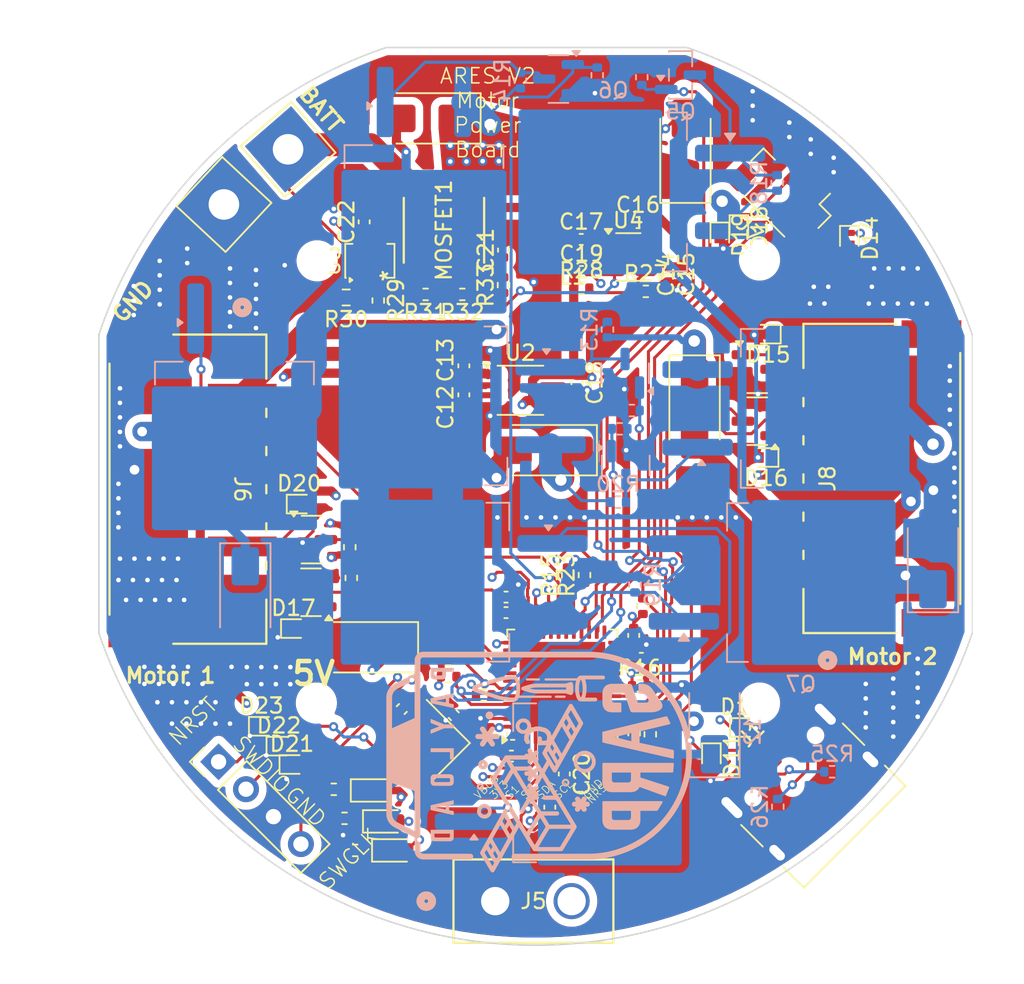
<source format=kicad_pcb>
(kicad_pcb (version 20241229) (generator "pcbnew") (generator_version "9.0")
  (layers (0 "F.Cu" signal) (4 "In1.Cu" signal) (6 "In2.Cu" signal) (2 "B.Cu" signal) (13 "F.Paste" user) (15 "B.Paste" user) (5 "F.SilkS" user "F.Silkscreen") (7 "B.SilkS" user "B.Silkscreen") (1 "F.Mask" user) (3 "B.Mask" user) (25 "Edge.Cuts" user))
  (net 0 "")
  (net 1 "GND")
  (net 2 "+3.3V")
  (net 3 "/OSC_IN")
  (net 4 "/OSC_OUT")
  (net 5 "Net-(U1-VCAP1)")
  (net 6 "+3.3VA")
  (net 7 "+BATT")
  (net 8 "Net-(D1-K)")
  (net 9 "Net-(D2-K)")
  (net 10 "/LED_G")
  (net 11 "/LED_B")
  (net 12 "Net-(D3-K)")
  (net 13 "/M1A")
  (net 14 "/M1B")
  (net 15 "Net-(U2-SENSE)")
  (net 16 "/SWDIO")
  (net 17 "/NRST")
  (net 18 "/SWCLK")
  (net 19 "/SCL")
  (net 20 "/SDA")
  (net 21 "/M1Q3")
  (net 22 "/M1Q1")
  (net 23 "/M1Q4")
  (net 24 "/M1Q2")
  (net 25 "/VBatt_sense")
  (net 31 "/M2Q1")
  (net 32 "/M2Q3")
  (net 36 "/M2Q4")
  (net 37 "/M2Q2")
  (net 38 "VMOTOR")
  (net 42 "/M2A")
  (net 43 "/M2B")
  (net 44 "Net-(D15-K)")
  (net 45 "Net-(D16-K)")
  (net 46 "Net-(D17-K)")
  (net 47 "/E1A")
  (net 48 "/E1B")
  (net 49 "/E2B")
  (net 50 "/E2A")
  (net 52 "Net-(Q1-G)")
  (net 53 "Net-(Q13-D)")
  (net 54 "Net-(Q5-D)")
  (net 55 "Net-(Q14-G)")
  (net 56 "Net-(U2-BYP)")
  (net 57 "Net-(U4-VBST)")
  (net 58 "Net-(U4-SW)")
  (net 59 "+5V")
  (net 60 "Net-(J1-CC1)")
  (net 61 "Net-(J1-CC2)")
  (net 62 "Net-(U4-VFB)")
  (net 63 "/USB_D+")
  (net 64 "/USB_D-")
  (net 70 "Net-(U1-BOOT0)")
  (net 71 "Net-(U3-OV)")
  (net 73 "Net-(C21-Pad1)")
  (net 74 "Net-(U3-GATE)")
  (net 75 "Net-(MOSFET1-Pad1)")
  (net 76 "Net-(MOSFET1-Pad4)")
  (net 77 "Net-(MOSFET1-Pad2)")
  (net 78 "Net-(D20-K)")
  (footprint "Capacitor_SMD:C_0402_1005Metric" (layer "F.Cu") (at 146.01643 105.523 -90)
    (property "Reference" "C4" (hide yes))
    (property "Value" "100nF")
  )
  (footprint "Resistor_SMD:R_0402_1005Metric" (layer "F.Cu") (at 153.95 107.775 90)
    (property "Reference" "R21" (hide yes))
    (property "Value" "1k")
  )
  (footprint "LED_SMD:LED_0603_1608Metric" (layer "F.Cu") (at 139.78 113.1)
    (property "Reference" "D2" (hide yes))
    (property "Value" "LED")
  )
  (footprint "Resistor_SMD:R_0402_1005Metric" (layer "F.Cu") (at 145.606431 102.923 180)
    (property "Reference" "R3" (hide yes))
    (property "Value" "10k")
  )
  (footprint "Diode_SMD:D_SMA" (layer "F.Cu") (at 149.5 86.9 180)
    (property "Reference" "D4" (hide yes))
    (property "Value" "SS34")
  )
  (footprint "Inductor_SMD:L_0603_1608Metric" (layer "F.Cu") (at 151.925 109.770001 180)
    (property "Reference" "FB1" (hide yes))
    (property "Value" "120R")
  )
  (footprint "Resistor_SMD:R_0402_1005Metric" (layer "F.Cu") (at 143.3 100.6 180)
    (property "Reference" "R1" (hide yes))
    (property "Value" "4.7k")
  )
  (footprint "Capacitor_SMD:C_0402_1005Metric" (layer "F.Cu") (at 155.91643 100.523)
    (property "Reference" "C7" (hide yes))
    (property "Value" "2.2uF")
  )
  (footprint "Package_DFN_QFN:QFN-48-1EP_7x7mm_P0.5mm_EP5.6x5.6mm" (layer "F.Cu") (at 150.75 102.25 90)
    (property "Reference" "U1" (hide yes))
    (property "Value" "STM32F401CCU6")
  )
  (footprint "Diode_SMD:D_SOD-882" (layer "F.Cu") (at 164.225 79.3 180)
    (property "Reference" "D15")
    (property "Value" "PESD5V0L1UL")
  )
  (footprint "Diode_SMD:D_SMA" (layer "F.Cu") (at 137.8 99.8 180)
    (property "Reference" "D5" (hide yes))
    (property "Value" "SS34")
  )
  (footprint "Diode_SMD:D_SMA" (layer "F.Cu") (at 158.8 67.2 90)
    (property "Reference" "D8" (hide yes))
    (property "Value" "SS34")
  )
  (footprint "TestPoint:TestPoint_THTPad_4.0x4.0mm_Drill2.0mm" (layer "F.Cu") (at 128.6 70.81 -133)
    (property "Reference" "J4" (hide yes))
    (property "Value" "GND")
  )
  (footprint "" (layer "F.Cu") (at 163.65 103.45)
    (property "Reference" "")
    (property "Value" "")
  )
  (footprint "LED_SMD:LED_0603_1608Metric" (layer "F.Cu") (at 139.187501 111.2)
    (property "Reference" "D3" (hide yes))
    (property "Value" "LED")
  )
  (footprint "Capacitor_SMD:C_0402_1005Metric" (layer "F.Cu") (at 144.301 83.276714 -90)
    (property "Reference" "C12")
    (property "Value" ".01uF")
  )
  (footprint "CustomARES:CONN_S6B-XH-SM4-TB_JST" (layer "F.Cu") (at 171.653801 88.750001 90)
    (property "Reference" "J8")
    (property "Value" "Conn_01x06")
  )
  (footprint "Resistor_SMD:R_0402_1005Metric" (layer "F.Cu") (at 156.21 76.5)
    (property "Reference" "R27")
    (property "Value" "10k")
  )
  (footprint "Diode_SMD:D_SOD-882" (layer "F.Cu") (at 131.05 104.975)
    (property "Reference" "D23")
    (property "Value" "PESD3V3U1UL")
  )
  (footprint "Capacitor_SMD:C_0402_1005Metric" (layer "F.Cu") (at 149.925 110.270001 -90)
    (property "Reference" "C11" (hide yes))
    (property "Value" "1uF")
  )
  (footprint "Resistor_SMD:R_0603_1608Metric" (layer "F.Cu") (at 136.6 76.9 180)
    (property "Reference" "R30")
    (property "Value" "470")
  )
  (footprint "Capacitor_SMD:C_0402_1005Metric" (layer "F.Cu") (at 143.639653 104.244142 135)
    (property "Reference" "C2" (hide yes))
    (property "Value" "10pF")
  )
  (footprint "Resistor_SMD:R_0402_1005Metric" (layer "F.Cu") (at 136.495 111 180)
    (property "Reference" "R8" (hide yes))
    (property "Value" "1k")
  )
  (footprint "Diode_SMD:D_SOD-882" (layer "F.Cu") (at 133.525 90.425)
    (property "Reference" "D20")
    (property "Value" "PESD5V0L1UL")
  )
  (footprint "Resistor_SMD:R_0402_1005Metric" (layer "F.Cu") (at 141.8 76.7 180)
    (property "Reference" "R31")
    (property "Value" "10k")
  )
  (footprint "Diode_SMD:D_SMA" (layer "F.Cu") (at 141.891667 65.175 180)
    (property "Reference" "D7" (hide yes))
    (property "Value" "SS34")
  )
  (footprint "Capacitor_SMD:C_0402_1005Metric" (layer "F.Cu") (at 155.7 72)
    (property "Reference" "C16")
    (property "Value" "100nF")
  )
  (footprint "Capacitor_SMD:C_0402_1005Metric" (layer "F.Cu") (at 144.301 81.376714 90)
    (property "Reference" "C13")
    (property "Value" "10uF")
  )
  (footprint "Diode_SMD:D_SOD-882" (layer "F.Cu") (at 132.2 106.275)
    (property "Reference" "D22")
    (property "Value" "PESD3V3U1UL")
  )
  (footprint "Capacitor_SMD:C_0402_1005Metric" (layer "F.Cu") (at 137.78 71.95 90)
    (property "Reference" "C22")
    (property "Value" "330uF")
  )
  (footprint "Resistor_SMD:R_0402_1005Metric" (layer "F.Cu") (at 144.2 76.7 180)
    (property "Reference" "R32")
    (property "Value" "10k")
  )
  (footprint "Capacitor_SMD:C_0402_1005Metric" (layer "F.Cu") (at 152 75.2)
    (property "Reference" "C19")
    (property "Value" "22uF")
  )
  (footprint "Diode_SMD:D_SOD-882" (layer "F.Cu") (at 161.05 72.8 -90)
    (property "Reference" "D19")
    (property "Value" "PESD3V3U1UL")
  )
  (footprint "Resistor_SMD:R_0402_1005Metric" (layer "F.Cu") (at 136.9375 95.259999 -90)
    (property "Reference" "R10" (hide yes))
    (property "Value" "1k")
  )
  (footprint "Resistor_SMD:R_0402_1005Metric" (layer "F.Cu") (at 136.8375 93.25 90)
    (property "Reference" "R9" (hide yes))
    (property "Value" "1k")
  )
  (footprint "Diode_SMD:D_SOD-882" (layer "F.Cu") (at 133.05 107.475)
    (property "Reference" "D21")
    (property "Value" "PESD3V3U1UL")
  )
  (footprint "Connector_PinHeader_2.54mm:PinHeader_1x04_P2.54mm_Vertical" (layer "F.Cu") (at 128.251949 107.296949 45)
    (property "Reference" "J2" (hide yes))
    (property "Value" "SWD")
  )
  (footprint "Capacitor_SMD:C_0402_1005Metric" (layer "F.Cu") (at 158.7 75.4 90)
    (property "Reference" "C14")
    (property "Value" "10uF")
  )
  (footprint "Resistor_SMD:R_0402_1005Metric" (layer "F.Cu") (at 152 76.3)
    (property "Reference" "R28")
    (property "Value" "56.2k")
  )
  (footprint "CustomARES:USB_C_Receptacle_HRO_TYPE-C-31-M-12--MODIFIED" (layer "F.Cu") (at 167.112239 109.452837 45)
    (property "Reference" "J1")
    (property "Value" "TYPE-C-31-M-12")
  )
  (footprint "Diode_SMD:D_SOD-882" (layer "F.Cu") (at 169.525 73.025 -90)
    (property "Reference" "D14")
    (property "Value" "PESD3V3U1UL")
  )
  (footprint "TestPoint:TestPoint_THTPad_4.0x4.0mm_Drill2.0mm" (layer "F.Cu") (at 132.8 67.2 131)
    (property "Reference" "J3" (hide yes))
    (property "Value" "VBAT")
  )
  (footprint "Resistor_SMD:R_0402_1005Metric" (layer "F.Cu") (at 143.306431 101.723 180)
    (property "Reference" "R2" (hide yes))
    (property "Value" "4.7k")
  )
  (footprint "Capacitor_SMD:C_0402_1005Metric" (layer "F.Cu") (at 147.06143 96.515)
    (property "Reference" "C1" (hide yes))
    (property "Value" "10uF")
  )
  (footprint "Resistor_SMD:R_0402_1005Metric" (layer "F.Cu") (at 146.9 76.09 90)
    (property "Reference" "R33")
    (property "Value" "5.1k")
  )
  (footprint "Package_TO_SOT_SMD:SOT-23" (layer "F.Cu") (at 134.3 96.2 180)
    (property "Reference" "Q10" (hide yes))
    (property "Value" "2N7002")
  )
  (footprint "Resistor_SMD:R_0402_1005Metric" (layer "F.Cu") (at 156.01643 97.113001 90)
    (property "Reference" "R22" (hide yes))
    (property "Value" "1k")
  )
  (footprint "Connector_JST:JST_SH_BM04B-SRSS-TB_1x04-1MP_P1.00mm_Vertical" (layer "F.Cu") (at 165.327423 70.126256 135)
    (property "Reference" "J7")
    (property "Value" "Conn_01x04_Pin")
  )
  (footprint "Resistor_SMD:R_0402_1005Metric" (layer "F.Cu") (at 135.790001 109.1 180)
    (property "Reference" "R5" (hide yes))
    (property "Value" "1k")
  )
  (footprint "Diode_SMD:D_SOD-882" (layer "F.Cu") (at 162.3 72.325 -90)
    (property "Reference" "D18")
    (property "Value" "PESD3V3U1UL")
  )
  (footprint "Capacitor_SMD:C_0402_1005Metric" (layer "F.Cu") (at 146.9 73.8 90)
    (property "Reference" "C21")
    (property "Value" "3.3nF")
  )
  (footprint "Inductor_SMD:L_0402_1005Metric" (layer "F.Cu") (at 152 74.2 180)
    (property "Reference" "L1")
    (property "Value" "3.3uH")
  )
  (footprint "" (layer "F.Cu") (at 163.65 74.45)
    (property "Reference" "")
    (property "Value" "")
  )
  (footprint "Package_TO_SOT_SMD:SOT-23" (layer "F.Cu") (at 163.5 81.6)
    (property "Reference" "Q11" (hide yes))
    (property "Value" "2N7002")
  )
  (footprint "Resistor_SMD:R_0402_1005Metric" (layer "F.Cu") (at 155.44143 105.423 -90)
    (property "Reference" "R11" (hide yes))
    (property "Value" "29.4k")
  )
  (footprint "CustomARES:PG-DSO-8-902_INF" (layer "F.Cu") (at 143 72.5 90)
    (property "Reference" "MOSFET1")
    (property "Value" "IRF7351TRPBF")
  )
  (footprint "Diode_SMD:D_SOD-882" (layer "F.Cu") (at 164.075 87.375 180)
    (property "Reference" "D16")
    (property "Value" "PESD5V0L1UL")
  )
  (footprint "" (layer "F.Cu") (at 134.7 74.5)
    (property "Reference" "")
    (property "Value" "")
  )
  (footprint "Package_TO_SOT_SMD:SOT-23" (layer "F.Cu") (at 163.5 85 180)
    (property "Reference" "Q12" (hide yes))
    (property "Value" "2N7002")
  )
  (footprint "Capacitor_SMD:C_0402_1005Metric" (layer "F.Cu") (at 147.41643 106.923 180)
    (property "Reference" "C3" (hide yes))
    (property "Value" "100nF")
  )
  (footprint "Crystal:Crystal_SMD_3225-4Pin_3.2x2.5mm" (layer "F.Cu") (at 142.11643 105.823 135)
    (property "Reference" "Y1" (hide yes))
    (property "Value" "16MHz")
  )
  (footprint "CustomARES:CONN_XT30UPB-M_AMA" (layer "F.Cu") (at 146.3549 116.42)
    (property "Reference" "J5")
    (property "Value" "XT30UPB-M")
  )
  (footprint "Package_DFN_QFN:DFN-8-1EP_2x3mm_P0.5mm_EP0.61x2.2mm" (layer "F.Cu") (at 138.15 74.5 90)
    (property "Reference" "U3")
    (property "Value" "LTC4365DDB")
  )
  (footprint "Capacitor_SMD:C_0402_1005Metric" (layer "F.Cu") (at 147.06143 97.531)
    (property "Reference" "C8" (hide yes))
    (property "Value" "100nF")
  )
  (footprint "Resistor_SMD:R_0402_1005Metric" (layer "F.Cu") (at 155.81643 102.323)
    (property "Reference" "R16")
    (property "Value" "1k")
  )
  (footprint "Package_TO_SOT_SMD:SOT-23" (layer "F.Cu") (at 134.3375 92.75)
    (property "Reference" "Q8" (hide yes))
    (property "Value" "2N7002")
  )
  (footprint "Capacitor_SMD:C_0402_1005Metric" (layer "F.Cu") (at 140.239653 103.844142 45)
    (property "Reference" "C5" (hide yes))
    (property "Value" "10pF")
  )
  (footprint "Diode_SMD:D_SOD-882" (layer "F.Cu") (at 160.5 106.9 -90)
    (property "Reference" "D11")
    (property "Value" "PESD3V3U1UL")
  )
  (footprint "Capacitor_SMD:C_0402_1005Metric" (layer "F.Cu") (at 151.701 82.476714 -90)
    (property "Reference" "C18")
    (property "Value" "1uF")
  )
  (footprint "Resistor_SMD:R_0402_1005Metric" (layer "F.Cu") (at 137.19 113.1 180)
    (property "Reference" "R7" (hide yes))
    (property "Value" "1k")
  )
  (footprint "Capacitor_SMD:C_0402_1005Metric" (layer "F.Cu") (at 152.26643 107.048 180)
    (property "Reference" "C9" (hide yes))
    (property "Value" "10nF")
  )
  (footprint "Capacitor_SMD:C_0402_1005Metric" (layer "F.Cu") (at 152.35 108.265001 180)
    (property "Reference" "C10" (hide yes))
    (property "Value" "1uF")
  )
  (footprint "Diode_SMD:D_SOD-882" (layer "F.Cu") (at 133.15 98.575)
    (property "Reference" "D17")
    (property "Value" "PESD5V0L1UL")
  )
  (footprint "CustomARES:CONN_S6B-XH-SM4-TB_JST" (layer "F.Cu") (at 126.246199 89.449999 -90)
    (property "Reference" "J6")
    (property "Value" "Conn_01x06")
  )
  (footprint "Capacitor_SMD:C_0402_1005Metric" (layer "F.Cu") (at 151.98 73.1)
    (property "Reference" "C17")
    (property "Value" "22uF")
  )
  (footprint "Resistor_SMD:R_0402_1005Metric" (layer "F.Cu") (at 152.196429 95.073 90)
    (property "Reference" "R23")
    (property "Value" "1k")
  )
  (footprint "Package_SO:MSOP-8_3x3mm_P0.65mm" (layer "F.Cu") (at 148.001 82.976714)
    (property "Reference" "U2")
    (property "Value" "LT1962-3.3")
  )
  (footprint "Diode_SMD:D_SOD-882" (layer "F.Cu") (at 162.525 105.05)
    (property "Reference" "D13")
    (property "Value" "PESD3V3U1UL")
  )
  (footprint "Diode_SMD:D_SMA" (layer "F.Cu") (at 159.4 84.2 -90)
    (property "Reference" "D10" (hide yes))
    (property "Value" "SS34")
  )
  (footprint "LED_SMD:LED_0603_1608Metric" (layer "F.Cu") (at 138.390001 109.173)
    (property "Reference" "D1" (hide yes))
    (property "Value" "LED")
  )
  (footprint "Capacitor_SMD:C_0402_1005Metric" (layer "F.Cu") (at 155.41643 99.023 -90)
    (property "Reference" "C6" (hide yes))
    (property "Value" "100nF")
  )
  (footprint "Capacitor_SMD:C_0402_1005Metric" (layer "F.Cu") (at 157.7 75.38 -90)
    (property "Reference" "C15")
    (property "Value" "10uF")
  )
  (footprint "" (layer "F.Cu") (at 134.65 103.45)
    (property "Reference" "")
    (property "Value" "")
  )
  (footprint "Resistor_SMD:R_0402_1005Metric" (layer "F.Cu") (at 138.7 77.1 -90)
    (property "Reference" "R29")
    (property "Value" "15k")
  )
  (footprint "Resistor_SMD:R_0402_1005Metric" (layer "F.Cu") (at 151.096429 95.083 90)
    (property "Reference" "R15")
    (property "Value" "1k")
  )
  (footprint "Resistor_SMD:R_0402_1005Metric" (layer "F.Cu") (at 156.5 105.5 90)
    (property "Reference" "R12" (hide yes))
    (property "Value" "10k")
  )
  (footprint "Package_TO_SOT_SMD:SOT-23-6" (layer "F.Cu") (at 155.0625 74.25)
    (property "Reference" "U4")
    (property "Value" "TPS563200")
  )
  (footprint "Capacitor_SMD:C_0402_1005Metric" (layer "F.Cu") (at 150.875 108.095001 -90)
    (property "Reference" "C20")
    (property "Value" "100nF")
  )
  (footprint "Package_TO_SOT_SMD:SOT-23" (layer "B.Cu") (at 154.85 81.8625 90)
    (property "Reference" "Q13" (hide yes))
    (property "Value" "2N7002")
  )
  (footprint "Resistor_SMD:R_0402_1005Metric" (layer "B.Cu") (at 154.4 90.3 180)
    (property "Reference" "R20")
    (property "Value" "1k")
  )
  (footprint "Package_TO_SOT_SMD:TO-263-2" (layer "B.Cu") (at 167.25 84.16)
    (property "Reference" "Q14" (hide yes))
    (property "Value" "RF1S9540SM")
  )
  (footprint "Resistor_SMD:R_0402_1005Metric" (layer "B.Cu") (at 168.4 107.95 180)
    (property "Reference" "R25")
    (property "Value" "5.11k")
  )
  (footprint "Package_TO_SOT_SMD:TO-263-2" (layer "B.Cu") (at 154.075 69.99 180)
    (property "Reference" "Q6")
    (property "Value" "RF1S9540SM")
  )
  (footprint "Resistor_SMD:R_0402_1005Metric" (layer "B.Cu") (at 154.5 85.5)
    (property "Reference" "R24" (hide yes))
    (property "Value" "1k")
  )
  (footprint "Package_TO_SOT_SMD:SOT-23" (layer "B.Cu") (at 150.4925 62.6 180)
    (property "Reference" "Q4" (hide yes))
    (property "Value" "2N7002")
  )
  (footprint "Resistor_SMD:R_0402_1005Metric" (layer "B.Cu") (at 153.7 79 -90)
    (property "Reference" "R13")
    (property "Value" "1k")
  )
  (footprint "Resistor_SMD:R_0402_1005Metric" (layer "B.Cu") (at 164.8 69.4 -90)
    (property "Reference" "R18")
    (property "Value" "1k")
  )
  (footprint "Diode_SMD:D_SMA" (layer "B.Cu") (at 160.7 104.8 90)
    (property "Reference" "D12")
    (property "Value" "SS34")
  )
  (footprint "Resistor_SMD:R_0402_1005Metric" (layer "B.Cu") (at 164.846 110.238 -90)
    (property "Reference" "R26")
    (property "Value" "5.11k")
  )
  (footprint "Resistor_SMD:R_0402_1005Metric" (layer "B.Cu") (at 155.944625 62.48 90)
    (property "Reference" "R17" (hide yes))
    (property "Value" "1k")
  )
  (footprint "Resistor_SMD:R_0402_1005Metric" (layer "B.Cu") (at 148 62.7 -90)
    (property "Reference" "R14")
    (property "Value" "1k")
  )
  (footprint "Package_TO_SOT_SMD:TO-263-2" (layer "B.Cu") (at 142.325 84 180)
    (property "Reference" "Q2" (hide yes))
    (property "Value" "RF1S9540SM")
  )
  (footprint "Diode_SMD:D_SMA" (layer "B.Cu") (at 175 94 90)
    (property "Reference" "D9" (hide yes))
    (property "Value" "SS34")
  )
  (footprint "Package_TO_SOT_SMD:TO-263-2" (layer "B.Cu") (at 142.450001 95.539999 180)
    (property "Reference" "Q9" (hide yes))
    (property "Value" "IRLZ44NS")
  )
  (footprint "Resistor_SMD:R_0402_1005Metric" (layer "B.Cu") (at 153.03 62.35 -90)
    (property "Reference" "R6" (hide yes))
    (property "Value" "1k")
  )
  (footprint "Diode_SMD:D_SMA" (layer "B.Cu") (at 130 96.5 -90)
    (property "Reference" "D6" (hide yes))
    (property "Value" "SS34")
  )
  (footprint "Package_TO_SOT_SMD:TO-263-2" (layer "B.Cu") (at 166.35 95.56)
    (property "Reference" "Q7")
    (property "Value" "IRLZ44NS")
  )
  (footprint "Resistor_SMD:R_0402_1005Metric" (layer "B.Cu") (at 155.5 95.7 90)
    (property "Reference" "R19")
    (property "Value" "1k")
  )
  (footprint "Package_TO_SOT_SMD:SOT-23" (layer "B.Cu") (at 158.482125 62.33)
    (property "Reference" "Q5")
    (property "Value" "2N7002")
  )
  (footprint "Package_TO_SOT_SMD:TO-263-2" (layer "B.Cu") (at 129.29 85.93 -90)
    (property "Reference" "Q3" (hide yes))
    (property "Value" "IRLZ44NS")
  )
  (footprint "Package_TO_SOT_SMD:TO-263-2" (layer "B.Cu") (at 152.355 108.675)
    (property "Reference" "Q15" (hide yes))
    (property "Value" "IRLZ44NS")
  )
  (footprint "Resistor_SMD:R_0402_1005Metric" (layer "B.Cu") (at 155.3 84.3 180)
    (property "Reference" "R4" (hide yes))
    (property "Value" "1k")
  )
  (footprint "Package_TO_SOT_SMD:TO-263-2" (layer "B.Cu") (at 141.691667 71.75 -90)
    (property "Reference" "Q1" (hide yes))
    (property "Value" "RF1S9540SM")
  )
  (footprint "Package_TO_SOT_SMD:SOT-23" (layer "B.Cu") (at 154.9 87.9 -90)
    (property "Reference" "Q16" (hide yes))
    (property "Value" "2N7002")
  )
  (footprint "LOGO" (layer "B.Cu") (at 149.225 107.315 -90)
    (property "Reference" "G***")
    (property "Value" "LOGO" (hide yes))
  )
  (gr_curve (pts (xy 136 78.5) (xy 136 78.5) (xy 136 78.5) (xy 136 78.5)) (stroke (width 0.2)) (layer "F.Cu"))
  (gr_line (start 120.421401 79.324199) (end 120.421401 89.103199) (stroke (width 0.1)) (layer "Edge.Cuts"))
  (gr_arc (start 158.896033 60.532261) (mid 170.402273 67.773192) (end 177.565031 79.328262) (stroke (width 0.1)) (layer "Edge.Cuts"))
  (gr_line (start 177.565031 79.328269) (end 177.565031 98.886262) (stroke (width 0.05)) (layer "Edge.Cuts"))
  (gr_arc (start 120.421401 79.324199) (mid 127.628973 67.737095) (end 139.219948 60.53575) (stroke (width 0.1)) (layer "Edge.Cuts"))
  (gr_line (start 120.421401 89.103199) (end 120.421401 98.882199) (stroke (width 0.1)) (layer "Edge.Cuts"))
  (gr_arc (start 177.565031 98.886262) (mid 148.991294 119.304855) (end 120.420156 98.882625) (stroke (width 0.1)) (layer "Edge.Cuts"))
  (gr_line (start 139.219948 60.53575) (end 158.896033 60.53575) (stroke (width 0.1)) (layer "Edge.Cuts"))
  (gr_text "BATT" (at 133.35 63.59 311) (layer "F.SilkS") (effects (font (size 1 1) (thickness 0.2) (bold yes)) (justify left bottom)))
  (gr_text "SWDIO" (at 128.99 106.21 315) (layer "F.SilkS") (effects (font (size 1 1) (thickness 0.1)) (justify left bottom)))
  (gr_text "NRST" (at 152.655 110.151 45) (layer "F.SilkS") (effects (font (size 0.5 0.5) (thickness 0.05)) (justify left bottom)))
  (gr_text "Motor 1" (at 122.047 102.235 0) (layer "F.SilkS") (effects (font (size 1 1) (thickness 0.2) (bold yes)) (justify left bottom)))
  (gr_text "S1" (at 147.32 109.855 45) (layer "F.SilkS") (effects (font (size 0.5 0.5) (thickness 0.05)) (justify left bottom)))
  (gr_text "VBUS" (at 145.288 109.855 45) (layer "F.SilkS") (effects (font (size 0.5 0.5) (thickness 0.05)) (justify left bottom)))
  (gr_text "GND" (at 121.95 78.78 47) (layer "F.SilkS") (effects (font (size 1 1) (thickness 0.2) (bold yes)) (justify left bottom)))
  (gr_text "Motor 2" (at 169.3 101 0) (layer "F.SilkS") (effects (font (size 1 1) (thickness 0.2) (bold yes)) (justify left bottom)))
  (gr_text "3V3" (at 146.304 109.855 45) (layer "F.SilkS") (effects (font (size 0.5 0.5) (thickness 0.05)) (justify left bottom)))
  (gr_text "SWCLK" (at 135.43 115.84 45) (layer "F.SilkS") (effects (font (size 1 1) (thickness 0.1)) (justify left bottom)))
  (gr_text "GND" (at 152.4 109.855 45) (layer "F.SilkS") (effects (font (size 0.5 0.5) (thickness 0.05)) (justify left bottom)))
  (gr_text "SCL" (at 150.495 109.855 45) (layer "F.SilkS") (effects (font (size 0.5 0.5) (thickness 0.05)) (justify left bottom)))
  (gr_text "NRST\n" (at 125.63 106.44 45) (layer "F.SilkS") (effects (font (size 1 1) (thickness 0.1)) (justify left bottom)))
  (gr_text "ARES V2\nMotor\nPower\nBoard" (at 145.87 67.81 0) (layer "F.SilkS") (effects (font (size 1 1) (thickness 0.1)) (justify bottom)))
  (gr_text "S2" (at 148.336 109.855 45) (layer "F.SilkS") (effects (font (size 0.5 0.5) (thickness 0.05)) (justify left bottom)))
  (gr_text "GND" (at 132.41 109.53 315) (layer "F.SilkS") (effects (font (size 1 1) (thickness 0.1)) (justify left bottom)))
  (gr_text "5V\n" (at 132.925 102.4 0) (layer "F.SilkS") (effects (font (size 1.5 1.5) (thickness 0.3) (bold yes)) (justify left bottom)))
  (gr_text "SDA" (at 149.352 109.855 45) (layer "F.SilkS") (effects (font (size 0.5 0.5) (thickness 0.05)) (justify left bottom)))
  (segment (start 145.096432 102.923) (end 145.096432 102.528004) (width 0.2) (layer "F.Cu") (net 1))
  (segment (start 151.574 106.214798) (end 151.574 105.761499) (width 0.2) (layer "F.Cu") (net 1))
  (segment (start 144.301 80.896714) (end 144.823714 80.374) (width 0.6) (layer "F.Cu") (net 1))
  (segment (start 148.5 98.8125) (end 148.5 100) (width 0.2) (layer "F.Cu") (net 1))
  (segment (start 162.3 72.775) (end 162.3 72.675) (width 0.2) (layer "F.Cu") (net 1))
  (segment (start 133.4 93.7) (end 133.4 93.3) (width 0.2) (layer "F.Cu") (net 1))
  (segment (start 151.701 82.956714) (end 152.356714 82.956714) (width 0.2) (layer "F.Cu") (net 1))
  (segment (start 156.326429 100.593001) (end 156.39643 100.523) (width 0.2) (layer "F.Cu") (net 1))
  (segment (start 131.85 106.4) (end 131.375 106.875) (width 0.2) (layer "F.Cu") (net 1))
  (segment (start 134.4385 90.9885) (end 134.4385 92.207032) (width 0.2) (layer "F.Cu") (net 1))
  (segment (start 136.887501 113.1) (end 136.887501 112.587501) (width 0.2) (layer "F.Cu") (net 1))
  (segment (start 148.5 104.5) (end 150.75 102.25) (width 0.2) (layer "F.Cu") (net 1))
  (segment (start 169.525 73.875) (end 169.675 74.025) (width 0.2) (layer "F.Cu") (net 1))
  (segment (start 145.096432 102.528004) (end 144.79143 102.223002) (width 0.2) (layer "F.Cu") (net 1))
  (segment (start 151.096429 94.573) (end 151.096429 94.553571) (width 0.2) (layer "F.Cu") (net 1))
  (segment (start 161.275 73.375) (end 161.05 73.15) (width 0.2) (layer "F.Cu") (net 1))
  (segment (start 135.94 76.9) (end 135.775 76.9) (width 0.2) (layer "F.Cu") (net 1))
  (segment (start 147.54143 97.531) (end 147.7114 97.70097) (width 0.2) (layer "F.Cu") (net 1))
  (segment (start 160.5 107.25) (end 160.5 108.491275) (width 0.2) (layer "F.Cu") (net 1))
  (segment (start 152.46 73.1) (end 151.849 72.489) (width 0.2) (layer "F.Cu") (net 1))
  (segment (start 158.368758 103.061959) (end 158.367758 103.061959) (width 0.2) (layer "F.Cu") (net 1))
  (segment (start 151.599 106.79267) (end 151.599 106.239798) (width 0.2) (layer "F.Cu") (net 1))
  (segment (start 151.500001 103.000001) (end 151.500001 105.6875) (width 0.2) (layer "F.Cu") (net 1))
  (segment (start 148.85 74.9) (end 147.27 73.32) (width 0.2) (layer "F.Cu") (net 1))
  (segment (start 148.049001 110.825999) (end 148.5 110.375) (width 0.2) (layer "F.Cu") (net 1))
  (segment (start 149.55857 109.192001) (end 150.225054 109.192001) (width 0.2) (layer "F.Cu") (net 1))
  (segment (start 147.55 95.930461) (end 147.55 96.50643) (width 0.2) (layer "F.Cu") (net 1))
  (segment (start 147.54143 96.515) (end 147.54143 97.531) (width 0.2) (layer "F.Cu") (net 1))
  (segment (start 168.1 90.000001) (end 171.729256 90.000001) (width 1.27) (layer "F.Cu") (net 1))
  (segment (start 135.985001 110.885001) (end 135.280002 110.180002) (width 0.2) (layer "F.Cu") (net 1))
  (segment (start 161.275 73.7) (end 161.375 73.7) (width 0.2) (layer "F.Cu") (net 1))
  (segment (start 134.69 76.9) (end 132.58 74.79) (width 0.2) (layer "F.Cu") (net 1))
  (segment (start 148.913187 111.761814) (end 148.401058 111.761814) (width 0.2) (layer "F.Cu") (net 1))
  (segment (start 145.391828 104.448624) (end 145.391828 105.378398) (width 0.2) (layer "F.Cu") (net 1))
  (segment (start 147.778258 95.779241) (end 147.70122 95.779241) (width 0.2) (layer "F.Cu") (net 1))
  (segment (start 148.5 98.35657) (end 147.67443 97.531) (width 0.2) (layer "F.Cu") (net 1))
  (segment (start 152.356714 82.956714) (end 152.375 82.975) (width 0.2) (layer "F.Cu") (net 1))
  (segment (start 151.17345 72.489) (end 148.85 74.81245) (width 0.2) (layer "F.Cu") (net 1))
  (segment (start 148.85 75.87) (end 148.87 75.89) (width 0.2) (layer "F.Cu") (net 1))
  (segment (start 147.27 73.32) (end 146.9 73.32) (width 0.2) (layer "F.Cu") (net 1))
  (segment (start 150.825 108.350001) (end 151.625 108.350001) (width 0.2) (layer "F.Cu") (net 1))
  (segment (start 133.5 98.822774) (end 133.096774 99.226) (width 0.2) (layer "F.Cu") (net 1))
  (segment (start 165.203679 68.128679) (end 165.203679 68.096321) (width 0.2) (layer "F.Cu") (net 1))
  (segment (start 135.775 76.9) (end 134.69 76.9) (width 0.2) (layer "F.Cu") (net 1))
  (segment (start 136.4 111.414999) (end 135.985001 111) (width 0.2) (layer "F.Cu") (net 1))
  (segment (start 152.482657 75.2) (end 153.266314 75.983657) (width 0.2) (layer "F.Cu") (net 1))
  (segment (start 131.85 106.275) (end 131.85 106.4) (width 0.2) (layer "F.Cu") (net 1))
  (segment (start 133.4 93.3) (end 133.75 92.95) (width 0.2) (layer "F.Cu") (net 1))
  (segment (start 158.367758 103.061959) (end 156.5 104.929717) (width 0.2) (layer "F.Cu") (net 1))
  (segment (start 137.78 71.47) (end 137.409997 71.099997) (width 0.2) (layer "F.Cu") (net 1))
  (segment (start 151.87 108.265001) (end 151.87 107.265001) (width 0.2) (layer "F.Cu") (net 1))
  (segment (start 147.862609 95.69489) (end 147.778258 95.779241) (width 0.2) (layer "F.Cu") (net 1))
  (segment (start 130.7 104.975) (end 130.7 105.20245) (width 0.2) (layer "F.Cu") (net 1))
  (segment (start 160.5 108.491275) (end 160.441274 108.550001) (width 0.2) (layer "F.Cu") (net 1))
  (segment (start 175.026561 89.426561) (end 175.026561 89.51917) (width 1.27) (layer "F.Cu") (net 1))
  (segment (start 148.401058 111.761814) (end 148.049001 111.409757) (width 0.2) (layer "F.Cu") (net 1))
  (segment (start 174.382004 88.782004) (end 175.026561 89.426561) (width 1.27) (layer "F.Cu") (net 1))
  (segment (start 157.06 76.5) (end 157.7 75.86) (width 0.2) (layer "F.Cu") (net 1))
  (segment (start 132.201 99.226) (end 132.125 99.15) (width 0.2) (layer "F.Cu") (net 1))
  (segment (start 151.599 106.239798) (end 151.574 106.214798) (width 0.2) (layer "F.Cu") (net 1))
  (segment (start 156.5 104.929717) (end 156.5 104.99) (width 0.2) (layer "F.Cu") (net 1))
  (segment (start 141.939653 104.444142) (end 141.518475 104.444142) (width 0.2) (layer "F.Cu") (net 1))
  (segment (start 141.939653 104.444142) (end 141.957811 104.4623) (width 0.2) (layer "F.Cu") (net 1))
  (segment (start 154.91943 100) (end 154.1875 100) (width 0.2) (layer "F.Cu") (net 1))
  (segment (start 161.375 73.7) (end 162.3 72.775) (width 0.2) (layer "F.Cu") (net 1))
  (segment (start 133.096774 99.226) (end 132.201 99.226) (width 0.2) (layer "F.Cu") (net 1))
  (segment (start 145.8885 84.5135) (end 146.025 84.65) (width 0.2) (layer "F.Cu") (net 1))
  (segment (start 135.985001 111) (end 135.985001 110.885001) (width 0.2) (layer "F.Cu") (net 1))
  (segment (start 133.5 98.575) (end 133.5 98.822774) (width 0.2) (layer "F.Cu") (net 1))
  (segment (start 132.7 107.475) (end 132.7 108.425) (width 0.2) (layer "F.Cu") (net 1))
  (segment (start 136.887501 112.587501) (end 136.3 112) (width 0.2) (layer "F.Cu") (net 1))
  (segment (start 148.85 75.475) (end 148.85 75.87) (width 0.2) (layer "F.Cu") (net 1))
  (segment (start 148.5 100) (end 150.75 102.25) (width 0.2) (layer "F.Cu") (net 1))
  (segment (start 134.4385 92.207032) (end 133.75 92.895532) (width 0.2) (layer "F.Cu") (net 1))
  (segment (start 129.780001 88.18) (end 129.8 88.199999) (width 1.27) (layer "F.Cu") (net 1))
  (segment (start 156.39643 100.483) (end 155.88893 99.9755) (width 0.2) (layer "F.Cu") (net 1))
  (segment (start 143.300242 104.402903) (end 143.300242 103.904731) (width 0.2) (layer "F.Cu") (net 1))
  (segment (start 162.875 105.05) (end 163.35 105.05) (width 0.2) (layer "F.Cu") (net 1))
  (segment (start 155.88893 99.9755) (end 156.24143 99.623) (width 0.2) (layer "F.Cu") (net 1))
  (segment (start 148.85 75.475) (end 148.85 74.9) (width 0.2) (layer "F.Cu") (net 1))
  (segment (start 155.41643 99.503) (end 154.91943 100) (width 0.2) (layer "F.Cu") (net 1))
  (segment (start 133.6875 93.7) (end 133.4 93.7) (width 0.2) (layer "F.Cu") (net 1))
  (segment (start 150.225054 109.192001) (end 150.705 108.712055) (width 0.2) (layer "F.Cu") (net 1))
  (segment (start 145.8885 83.951714) (end 145.8885 84.5135) (width 0.2) (layer "F.Cu") (net 1))
  (segment (start 156.72 76.5) (end 157.06 76.5) (width 0.2) (layer "F.Cu") (net 1))
  (segment (start 162.9375 82.55) (end 162.5625 82.55) (width 0.2) (layer "F.Cu") (net 1))
  (segment (start 152.48 75.2) (end 152.482657 75.2) (width 0.2) (layer "F.Cu") (net 1))
  (segment (start 151.574 105.761499) (end 151.500001 105.6875) (width 0.2) (layer "F.Cu") (net 1))
  (segment (start 143.300242 103.904731) (end 142.479064 103.904731) (width 0.2) (layer "F.Cu") (net 1))
  (segment (start 151.6 94.05) (end 151.683428 94.05) (width 0.2) (layer "F.Cu") (net 1))
  (segment (start 122.75 88.18) (end 129.780001 88.18) (width 1.27) (layer "F.Cu") (net 1))
  (segment (start 145.391828 105.378398) (end 145.40543 105.392) (width 0.2) (layer "F.Cu") (net 1))
  (segment (start 150.75 102.25) (end 151.500001 103.000001) (width 0.2) (layer "F.Cu") (net 1))
  (segment (start 148.049001 111.409757) (end 148.049001 110.825999) (width 0.2) (layer "F.Cu") (net 1))
  (segment (start 137.4 75.44) (end 135.94 76.9) (width 0.2) (layer "F.Cu") (net 1))
  (segment (start 163.55 87.375) (end 163.725 87.375) (width 0.2) (layer "F.Cu") (net 1))
  (segment (start 148.85 74.81245) (end 148.85 75.475) (width 0.2) (layer "F.Cu") (net 1))
  (segment (start 154.1875 100) (end 153 100) (width 0.2) (layer "F.Cu") (net 1))
  (segment (start 145.40543 105.392) (end 145.40543 104.912) (width 0.2) (layer "F.Cu") (net 1))
  (segment (start 163.60625 83.21875) (end 163.55 83.21875) (width 0.2) (layer "F.Cu") (net 1))
  (segment (start 147.70122 95.779241) (end 147.55 95.930461) (width 0.2) (layer "F.Cu") (net 1))
  (segment (start 148.98357 109.89143) (end 148.98357 109.767001) (width 0.2) (layer "F.Cu") (net 1))
  (segment (start 151.78643 107.048) (end 151.78643 106.9801) (width 0.2) (layer "F.Cu") (net 1))
  (segment (start 147.2745 104.462) (end 145.65988 104.462) (width 0.2) (layer "F.Cu") (net 1))
  (segment (start 135.280002 110.180002) (end 135.280002 109.1) (width 0.2) (layer "F.Cu") (net 1))
  (segment (start 161.275 73.7) (end 161.275 73.375) (width 0.2) (layer "F.Cu") (net 1))
  (segment (start 164.4375 84.05) (end 163.60625 83.21875) (width 0.2) (layer "F.Cu") (net 1))
  (segment (start 135.2375 95.25) (end 133.6875 93.7) (width 0.2) (layer "F.Cu") (net 1))
  (segment (start 150.705 108.712055) (end 150.705 108.470001) (width 0.2) (layer "F.Cu") (net 1))
  (segment (start 151.683428 94.05) (end 152.196429 94.563001) (width 0.2) (layer "F.Cu") (net 1))
  (segment (start 151.096429 94.573) (end 152.18643 94.573) (width 0.2) (layer "F.Cu") (net 1))
  (segment (start 142.479064 103.904731) (end 141.939653 104.444142) (width 0.2) (layer "F.Cu") (net 1))
  (segment (start 169.525 73.375) (end 169.525 73.875) (width 0.2) (layer "F.Cu") (net 1))
  (segment (start 141.957811 106.866462) (end 142.293207 107.201858) (width 0.2) (layer "F.Cu") (net 1))
  (segment (start 158.68 75.86) (end 158.7 75.88) (width 0.2) (layer "F.Cu") (net 1))
  (segment (start 147.3125 104.5) (end 148.5 104.5) (width 0.2) (layer "F.Cu") (net 1))
  (segment (start 163.35 79.3) (end 163.3 79.35) (width 0.2) (layer "F.Cu") (net 1))
  (segment (start 133.75 92.895532) (end 133.75 92.95) (width 0.2) (layer "F.Cu") (net 1))
  (segment (start 136.3 112) (end 136.35 112.05) (width 0.2) (layer "F.Cu") (net 1))
  (segment (start 163.60625 83.21875) (end 162.9375 82.55) (width 0.2) (layer "F.Cu") (net 1))
  (segment (start 145.65988 104.462) (end 145.40543 104.71645) (width 0.2) (layer "F.Cu") (net 1))
  (segment (start 151.096429 94.553571) (end 151.6 94.05) (width 0.2) (layer "F.Cu") (net 1))
  (segment (start 144.823714 80.374) (end 146.025 80.374) (width 0.6) (layer "F.Cu") (net 1))
  (segment (start 146.01643 106.003) (end 145.40543 105.392) (width 0.2) (layer "F.Cu") (net 1))
  (segment (start 171.729256 90.000001) (end 172.947253 88.782004) (width 1.27) (layer "F.Cu") (net 1))
  (segment (start 151.78643 106.9801) (end 151.599 106.79267) (width 0.2) (layer "F.Cu") (net 1))
  (segment (start 158.55 102.26) (end 158.55 102.880717) (width 0.2) (layer "F.Cu") (net 1))
  (segment (start 141.518475 104.444142) (end 140.579064 103.504731) (width 0.2) (layer "F.Cu") (net 1))
  (segment (start 133.875 90.425) (end 134.4385 90.9885) (width 0.2) (layer "F.Cu") (net 1))
  (segment (start 158.25 76.425) (end 158.25 76.33) (width 0.2) (layer "F.Cu") (net 1))
  (segment (start 172.947253 88.782004) (end 174.382004 88.782004) (width 1.27) (layer "F.Cu") (net 1))
  (segment (start 151.849 72.489) (end 151.17345 72.489) (width 0.2) (layer "F.Cu") (net 1))
  (segment (start 136.4 112.1) (end 136.4 111.414999) (width 0.2) (layer "F.Cu") (net 1))
  (segment (start 156.326429 102.323) (end 156.326429 100.593001) (width 0.2) (layer "F.Cu") (net 1))
  (segment (start 155.88893 99.9755) (end 155.41643 99.503) (width 0.2) (layer "F.Cu") (net 1))
  (segment (start 146.93643 106.923) (end 146.01643 106.003) (width 0.2) (layer "F.Cu") (net 1))
  (segment (start 137.409997 71.099997) (end 135.791667 71.099997) (width 0.2) (layer "F.Cu") (net 1))
  (segment (start 130.7 105.20245) (end 130.301225 105.601225) (width 0.2) (layer "F.Cu") (net 1))
  (segment (start 153 100) (end 150.75 102.25) (width 0.2) (layer "F.Cu") (net 1))
  (segment (start 145.40543 104.71645) (end 145.40543 104.912) (width 0.2) (layer "F.Cu") (net 1))
  (segment (start 152.88 63.525) (end 152.98 63.425) (width 0.2) (layer "F.Cu") (net 1))
  (segment (start 152.66 73.3) (end 152.46 73.1) (width 0.2) (layer "F.Cu") (net 1))
  (segment (start 143.117482 104.585663) (end 143.300242 104.402903) (width 0.2) (layer "F.Cu") (net 1))
  (segment (start 141.957811 104.4623) (end 141.957811 106.866462) (width 0.2) (layer "F.Cu") (net 1))
  (segment (start 147.67443 97.531) (end 147.54143 97.531) (width 0.2) (layer "F.Cu") (net 1))
  (segment (start 148.5 98.8125) (end 148.5 98.35657) (width 0.2) (layer "F.Cu") (net 1))
  (segment (start 149.925 110.750001) (end 148.913187 111.761814) (width 0.2) (layer "F.Cu") (net 1))
  (segment (start 148.98357 109.767001) (end 149.55857 109.192001) (width 0.2) (layer "F.Cu") (net 1))
  (segment (start 156.39643 100.523) (end 156.39643 100.483) (width 0.2) (layer "F.Cu") (net 1))
  (segment (start 148.5 110.375) (end 148.98357 109.89143) (width 0.2) (layer "F.Cu") (net 1))
  (segment (start 158.55 102.880717) (end 158.368758 103.061959) (width 0.2) (layer "F.Cu") (net 1))
  (segment (start 158.25 76.33) (end 158.7 75.88) (width 0.2) (layer "F.Cu") (net 1))
  (segment (start 157.7 75.86) (end 158.68 75.86) (width 0.2) (layer "F.Cu") (net 1))
  (segment (start 163.875 79.3) (end 163.35 79.3) (width 0.2) (layer "F.Cu") (net 1))
  (segment (start 153.925 73.3) (end 152.66 73.3) (width 0.2) (layer "F.Cu") (net 1))
  (segment (start 163.35 105.05) (end 163.4 105.1) (width 0.2) (layer "F.Cu") (net 1))
  (segment (start 150.705 108.470001) (end 150.825 108.350001) (width 0.2) (layer "F.Cu") (net 1))
  (segment (start 147.3125 104.5) (end 147.2745 104.462) (width 0.2) (layer "F.Cu") (net 1))
  (segment (start 147.55 96.50643) (end 147.54143 96.515) (width 0.2) (layer "F.Cu") (net 1))
  (via (at 160.441274 108.550001) (size 0.6) (drill 0.3) (layers "F.Cu" "B.Cu") (net 1))
  (via (at 174 102.45) (size 0.6) (drill 0.3) (layers "F.Cu" "B.Cu") (net 1))
  (via (at 123.6 95.4) (size 0.6) (drill 0.3) (layers "F.Cu" "B.Cu") (net 1))
  (via (at 132.125 99.15) (size 0.6) (drill 0.3) (layers "F.Cu" "B.Cu") (net 1))
  (via (at 125.3 102.2) (size 0.6) (drill 0.3) (layers "F.Cu" "B.Cu") (net 1))
  (via (at 171.15 75) (size 0.6) (drill 0.3) (layers "F.Cu" "B.Cu") (net 1))
  (via (at 173.65 77.3) (size 0.6) (drill 0.3) (layers "F.Cu" "B.Cu") (net 1))
  (via (at 121.7 91.95) (size 0.6) (drill 0.3) (layers "F.Cu" "B.Cu") (net 1))
  (via (at 122.7 76.15) (size 0.6) (drill 0.3) (layers "F.Cu" "B.Cu") (net 1))
  (via (at 166.95 77.3) (size 0.6) (drill 0.3) (layers "F.Cu" "B.Cu") (net 1))
  (via (at 130.1 101.1) (size 0.6) (drill 0.3) (layers "F.Cu" "B.Cu") (net 1))
  (via (at 133.75 92.95) (size 0.6) (drill 0.3) (layers "F.Cu" "B.Cu") (net 1))
  (via (at 121.8 82.85) (size 0.6) (drill 0.3) (layers "F.Cu" "B.Cu") (net 1))
  (via (at 132.7 108.425) (size 0.6) (drill 0.3) (layers "F.Cu" "B.Cu") (net 1))
  (via (at 152.375 82.975) (size 0.6) (drill 0.3) (layers "F.Cu" "B.Cu") (net 1))
  (via (at 167 67.5) (size 0.6) (drill 0.3) (layers "F.Cu" "B.Cu") (net 1))
  (via (at 124.35 102.2) (size 0.6) (drill 0.3) (layers "F.Cu" "B.Cu") (net 1))
  (via (at 146.5 91.3) (size 0.6) (drill 0.3) (layers "F.Cu" "B.Cu") (net 1))
  (via (at 124.4 76.4) (size 0.6) (drill 0.3) (layers "F.Cu" "B.Cu") (net 1))
  (via (at 124.55 95.4) (size 0.6) (drill 0.3) (layers "F.Cu" "B.Cu") (net 1))
  (via (at 170.6 102.2) (size 0.6) (drill 0.3) (layers "F.Cu" "B.Cu") (net 1))
  (via (at 174 75) (size 0.6) (drill 0.3) (layers "F.Cu" "B.Cu") (net 1))
  (via (at 168.5 68.7) (size 0.6) (drill 0.3) (layers "F.Cu" "B.Cu") (net 1))
  (via (at 132 102.217397) (size 0.6) (drill 0.3) (layers "F.Cu" "B.Cu") (net 1))
  (via (at 154.8 82.9) (size 0.6) (drill 0.3) (layers "F.Cu" "B.Cu") (net 1))
  (via (at 159.25 91.3) (size 0.6) (drill 0.3) (layers "F.Cu" "B.Cu") (net 1))
  (via (at 128.05 103.4) (size 0.6) (drill 0.3) (layers "F.Cu" "B.Cu") (net 1))
  (via (at 176.1 83.3) (size 0.6) (drill 0.3) (layers "F.Cu" "B.Cu") (net 1))
  (via (at 121.8 85.7) (size 0.6) (drill 0.3) (layers "F.Cu" "B.Cu") (net 1))
  (via (at 167 66.55) (size 0.6) (drill 0.3) (layers "F.Cu" "B.Cu") (net 1))
  (via (at 170.8 77.3) (size 0.6) (drill 0.3) (layers "F.Cu" "B.Cu") (net 1))
  (via (at 172.7 77.3) (size 0.6) (drill 0.3) (layers "F.Cu" "B.Cu") (net 1))
  (via (at 172.4 105.65) (size 0.6) (drill 0.3) (layers "F.Cu" "B.Cu") (net 1))
  (via (at 147.862609 95.69489) (size 0.6) (drill 0.3) (layers "F.Cu" "B.Cu") (net 1))
  (via (at 121.8 84.75) (size 0.6) (drill 0.3) (layers "F.Cu" "B.Cu") (net 1))
  (via (at 132.58 74.79) (size 0.6) (drill 0.3) (layers "F.Cu" "B.Cu") (net 1))
  (via (at 130.7 75.1) (size 0.6) (drill 0.3) (layers "F.Cu" "B.Cu") (net 1))
  (via (at 172.1 75) (size 0.6) (drill 0.3) (layers "F.Cu" "B.Cu") (net 1))
  (via (at 161.15 91.3) (size 0.6) (drill 0.3) (layers "F.Cu" "B.Cu") (net 1))
  (via (at 122.7 77.1) (size 0.6) (drill 0.3) (layers "F.Cu" "B.Cu") (net 1))
  (via (at 174 101.5) (size 0.6) (drill 0.3) (layers "F.Cu" "B.Cu") (net 1))
  (via (at 174.6 77.3) (size 0.6) (drill 0.3) (layers "F.Cu" "B.Cu") (net 1))
  (via (at 172.4 102.8) (size 0.6) (drill 0.3) (layers "F.Cu" "B.Cu") (net 1))
  (via (at 123.4 101.082603) (size 0.6) (drill 0.3) (layers "F.Cu" "B.Cu") (net 1))
  (via (at 124.25 103.4) (size 0.6) (drill 0.3) (layers "F.Cu" "B.Cu") (net 1))
  (via (at 174 104.35) (size 0.6) (drill 0.3) (layers "F.Cu" "B.Cu") (net 1))
  (via (at 130.7 77) (size 0.6) (drill 0.3) (layers "F.Cu" "B.Cu") (net 1))
  (via (at 135.791667 71.099997) (size 0.6) (drill 0.3) (layers "F.Cu" "B.Cu") (net 1))
  (via (at 145.391828 104.448624) (size 0.6) (drill 0.3) (layers "F.Cu" "B.Cu") (net 1))
  (via (at 163.2 63.4) (size 0.6) (drill 0.3) (layers "F.Cu" "B.Cu") (net 1))
  (via (at 176.1 82.35) (size 0.6) (drill 0.3) (layers "F.Cu" "B.Cu") (net 1))
  (via (at 126.25 102.2) (size 0.6) (drill 0.3) (layers "F.Cu" "B.Cu") (net 1))
  (via (at 136.4 112.1) (size 0.6) (drill 0.3) (layers "F.Cu" "B.Cu") (net 1))
  (via (at 126.2 74.65) (size 0.6) (drill 0.3) (layers "F.Cu" "B.Cu") (net 1))
  (via (at 121.7 90.05) (size 0.6) (drill 0.3) (layers "F.Cu" "B.Cu") (net 1))
  (via (at 152.88 63.525) (size 0.6) (drill 0.3) (layers "F.Cu" "B.Cu") (net 1))
  (via (at 121.7 91) (size 0.6) (drill 0.3) (layers "F.Cu" "B.Cu") (net 1))
  (via (at 129 75) (size 0.6) (drill 0.3) (layers "F.Cu" "B.Cu") (net 1))
  (via (at 176.4 88.05) (size 0.6) (drill 0.3) (layers "F.Cu" "B.Cu") (net 1))
  (via (at 167.9 77.3) (size 0.6) (drill 0.3) (layers "F.Cu" "B.Cu") (net 1))
  (via (at 130.7 76.05) (size 0.6) (drill 0.3) (layers "F.Cu" "B.Cu") (net 1))
  (via (at 149.35 91.3) (size 0.6) (drill 0.3) (layers "F.Cu" "B.Cu") (net 1))
  (via (at 171.75 77.3) (size 0.6) (drill 0.3) (layers "F.Cu" "B.Cu") (net 1))
  (via (at 168.15 76.2) (size 0.6) (drill 0.3) (layers "F.Cu" "B.Cu") (net 1))
  (via (at 126 96.7) (size 0.6) (drill 0.3) (layers "F.Cu" "B.Cu") (net 1))
  (via (at 158.55 102.26) (size 0.6) (drill 0.3) (layers "F.Cu" "B.Cu") (net 1))
  (via (at 165.6 65.45) (size 0.6) (drill 0.3) (layers "F.Cu" "B.Cu") (net 1))
  (via (at 125.2 103.4) (size 0.6) (drill 0.3) (layers "F.Cu" "B.Cu") (net 1))
  (via (at 125.3 101.082603) (size 0.6) (drill 0.3) (layers "F.Cu" "B.Cu") (net 1))
  (via (at 121.8 83.8) (size 0.6) (drill 0.3) (layers "F.Cu" "B.Cu") (net 1))
  (via (at 126.25 101.082603) (size 0.6) (drill 0.3) (layers "F.Cu" "B.Cu") (net 1))
  (via (at 126.15 104.8) (size 0.6) (drill 0.3) (layers "F.Cu" "B.Cu") (net 1))
  (via (at 170.6 103.15) (size 0.6) (drill 0.3) (layers "F.Cu" "B.Cu") (net 1))
  (via (at 173.05 75) (size 0.6) (drill 0.3) (layers "F.Cu" "B.Cu") (net 1))
  (via (at 124.65 94) (size 0.6) (drill 0.3) (layers "F.Cu" "B.Cu") (net 1))
  (via (at 163.3 79.35) (size 0.6) (drill 0.3) (layers "F.Cu" "B.Cu") (net 1))
  (via (at 172.4 103.75) (size 0.6) (drill 0.3) (layers "F.Cu" "B.Cu") (net 1))
  (via (at 176.4 87.1) (size 0.6) (drill 0.3) (layers "F.Cu" "B.Cu") (net 1))
  (via (at 125.5 95.4) (size 0.6) (drill 0.3) (layers "F.Cu" "B.Cu") (net 1))
  (via (at 126.15 103.4) (size 0.6) (drill 0.3) (layers "F.Cu" "B.Cu") (net 1))
  (via (at 151.6 94.05) (size 0.6) (drill 0.3) (layers "F.Cu" "B.Cu") (net 1))
  (via (at 150.3 91.3) (size 0.6) (drill 0.3) (layers "F.Cu" "B.Cu") (net 1))
  (via (at 154.925 86.9) (size 0.6) (drill 0.3) (layers "F.Cu" "B.Cu") (net 1))
  (via (at 167.2 76.2) (size 0.6) (drill 0.3) (layers "F.Cu" "B.Cu") (net 1))
  (via (at 124.4 74.5) (size 0.6) (drill 0.3) (layers "F.Cu" "B.Cu") (net 1))
  (via (at 129 78.8) (size 0.6) (drill 0.3) (layers "F.Cu" "B.Cu") (net 1))
  (via (at 122.75 88.18) (size 1.27) (drill 0.635) (layers "F.Cu" "B.Cu") (net 1))
  (via (at 161.275 73.7) (size 0.6) (drill 0.3) (layers "F.Cu" "B.Cu") (net 1))
  (via (at 129 77.85) (size 0.6) (drill 0.3) (layers "F.Cu" "B.Cu") (net 1))
  (via (at 121.7 95.4) (size 0.6) (drill 0.3) (layers "F.Cu" "B.Cu") (net 1))
  (via (at 143.117482 104.585663) (size 0.6) (drill 0.3) (layers "F.Cu" "B.Cu") (net 1))
  (via (at 172.4 104.7) (size 0.6) (drill 0.3) (layers "F.Cu" "B.Cu") (net 1))
  (via (at 125.05 96.7) (size 0.6) (drill 0.3) (layers "F.Cu" "B.Cu") (net 1))
  (via (at 162.1 91.3) (size 0.6) (drill 0.3) (layers "F.Cu" "B.Cu") (net 1))
  (via (at 132 101.1) (size 0.6) (drill 0.3) (layers "F.Cu" "B.Cu") (net 1))
  (via (at 121.7 89.1) (size 0.6) (drill 0.3) (layers "F.Cu" "B.Cu") (net 1))
  (via (at 156.24143 99.623) (size 0.6) (drill 0.3) (layers "F.Cu" "B.Cu") (net 1))
  (via (at 123.7 94) (size 0.6) (drill 0.3) (layers "F.Cu" "B.Cu") (net 1))
  (via (at 176.1 84.25) (size 0.6) (drill 0.3) (layers "F.Cu" "B.Cu") (net 1))
  (via (at 148.5 110.375) (size 0.6) (drill 0.3) (layers "F.Cu" "B.Cu") (net 1))
  (via (at 124.1 96.7) (size 0.6) (drill 0.3) (layers "F.Cu" "B.Cu") (net 1))
  (via (at 176.4 90.9) (size 0.6) (drill 0.3) (layers "F.Cu" "B.Cu") (net 1))
  (via (at 131.05 101.1) (size 0.6) (drill 0.3) (layers "F.Cu" "B.Cu") (net 1))
  (via (at 160.2 91.3) (size 0.6) (drill 0.3) (layers "F.Cu" "B.Cu") (net 1))
  (via (at 130.7 78.9) (size 0.6) (drill 0.3) (layers "F.Cu" "B.Cu") (net 1))
  (via (at 163.4 105.1) (size 0.6) (drill 0.3) (layers "F.Cu" "B.Cu") (net 1))
  (via (at 151.25 91.3) (size 0.6) (drill 0.3) (layers "F.Cu" "B.Cu") (net 1))
  (via (at 131.375 106.875) (size 0.6) (drill 0.3) (layers "F.Cu" "B.Cu") (net 1))
  (via (at 129.1 101.082603) (size 0.6) (drill 0.3) (layers "F.Cu" "B.Cu") (net 1))
  (via (at 153.266314 75.983657) (size 0.6) (drill 0.3) (layers "F.Cu" "B.Cu") (net 1))
  (via (at 124.35 101.082603) (size 0.6) (drill 0.3) (layers "F.Cu" "B.Cu") (net 1))
  (via (at 121.8 86.65) (size 0.6) (drill 0.3) (layers "F.Cu" "B.Cu") (net 1))
  (via (at 123.4 102.2) (size 0.6) (drill 0.3) (layers "F.Cu" "B.Cu") (net 1))
  (via (at 132.95 102.217397) (size 0.6) (drill 0.3) (layers "F.Cu" "B.Cu") (net 1))
  (via (at 174 103.4) (size 0.6) (drill 0.3) (layers "F.Cu" "B.Cu") (net 1))
  (via (at 132.95 101.1) (size 0.6) (drill 0.3) (layers "F.Cu" "B.Cu") (net 1))
  (via (at 176.1 85.2) (size 0.6) (drill 0.3) (layers "F.Cu" "B.Cu") (net 1))
  (via (at 125.6 94) (size 0.6) (drill 0.3) (layers "F.Cu" "B.Cu") (net 1))
  (via (at 171 76.2) (size 0.6) (drill 0.3) (layers "F.Cu" "B.Cu") (net 1))
  (via (at 172.4 101.85) (size 0.6) (drill 0.3) (layers "F.Cu" "B.Cu") (net 1))
  (via (at 175.026561 89.51917) (size 1.27) (drill 0.635) (layers "F.Cu" "B.Cu") (net 1))
  (via (at 146.025 80.374) (size 0.6) (drill 0.3) (layers "F.Cu" "B.Cu") (net 1))
  (via (at 127.1 103.4) (size 0.6) (drill 0.3) (layers "F.Cu" "B.Cu") (net 1))
  (via (at 129 76.9) (size 0.6) (drill 0.3) (layers "F.Cu" "B.Cu") (net 1))
  (via (at 148.87 75.89) (size 0.6) (drill 0.3) (layers "F.Cu" "B.Cu") (net 1))
  (via (at 122.2 96.7) (size 0.6) (drill 0.3) (layers "F.Cu" "B.Cu") (net 1))
  (via (at 158.25 76.425) (size 0.6) (drill 0.3) (layers "F.Cu" "B.Cu") (net 1))
  (via (at 130.1 102.217397) (size 0.6) (drill 0.3) (layers "F.Cu" "B.Cu") (net 1))
  (via (at 122.65 95.4) (size 0.6) (drill 0.3) (layers "F.Cu" "B.Cu") (net 1))
  (via (at 131.05 102.217397) (size 0.6) (drill 0.3) (layers "F.Cu" "B.Cu") (net 1))
  (via (at 174 100.55) (size 0.6) (drill 0.3) (layers "F.Cu" "B.Cu") (net 1))
  (via (at 122.7 78.05) (size 0.6) (drill 0.3) (layers "F.Cu" "B.Cu") (net 1))
  (via (at 125.2 104.8) (size 0.6) (drill 0.3) (layers "F.Cu" "B.Cu") (net 1))
  (via (at 129 75.95) (size 0.6) (drill 0.3) (layers "F.Cu" "B.Cu") (net 1))
  (via (at 144.79143 102.223002) (size 0.6) (drill 0.3) (layers "F.Cu" "B.Cu") (net 1))
  (via (at 152.2 91.3) (size 0.6) (drill 0.3) (layers "F.Cu" "B.Cu") (net 1))
  (via (at 163.2 65.3) (size 0.6) (drill 0.3) (layers "F.Cu" "B.Cu") (net 1))
  (via (at 170.6 105.05) (size 0.6) (drill 0.3) (layers "F.Cu" "B.Cu") (net 1))
  (via (at 163.55 83.21875) (size 0.6) (drill 0.3) (layers "F.Cu" "B.Cu") (net 1))
  (via (at 146.025 84.65) (size 0.6) (drill 0.3) (layers "F.Cu" "B.Cu") (net 1))
  (via (at 163.55 87.375) (size 0.6) (drill 0.3) (layers "F.Cu" "B.Cu") (net 1))
  (via (at 127.2 102.2) (size 0.6) (drill 0.3) (layers "F.Cu" "B.Cu") (net 1))
  (via (at 176.1 81.4) (size 0.6) (drill 0.3) (layers "F.Cu" "B.Cu") (net 1))
  (via (at 163.2 64.35) (size 0.6) (drill 0.3) (layers "F.Cu" "B.Cu") (net 1))
  (via (at 122.75 94) (size 0.6) (drill 0.3) (layers "F.Cu" "B.Cu") (net 1))
  (via (at 124.4 77.35) (size 0.6) (drill 0.3) (layers "F.Cu" "B.Cu") (net 1))
  (via (at 127.1 104.8) (size 0.6) (drill 0.3) (layers "F.Cu" "B.Cu") (net 1))
  (via (at 148.4 91.3) (size 0.6) (drill 0.3) (layers "F.Cu" "B.Cu") (net 1))
  (via (at 176.4 89.95) (size 0.6) (drill 0.3) (layers "F.Cu" "B.Cu") (net 1))
  (via (at 123.15 96.7) (size 0.6) (drill 0.3) (layers "F.Cu" "B.Cu") (net 1))
  (via (at 121.8 94) (size 0.6) (drill 0.3) (layers "F.Cu" "B.Cu") (net 1))
  (via (at 158.3 91.3) (size 0.6) (drill 0.3) (layers "F.Cu" "B.Cu") (net 1))
  (via (at 124.4 75.45) (size 0.6) (drill 0.3) (layers "F.Cu" "B.Cu") (net 1))
  (via (at 170.6 104.1) (size 0.6) (drill 0.3) (layers "F.Cu" "B.Cu") (net 1))
  (via (at 176.4 89) (size 0.6) (drill 0.3) (layers "F.Cu" "B.Cu") (net 1))
  (via (at 129 104.8) (size 0.6) (drill 0.3) (layers "F.Cu" "B.Cu") (net 1))
  (via (at 168.5 67.75) (size 0.6) (drill 0.3) (layers "F.Cu" "B.Cu") (net 1))
  (via (at 130.301225 105.601225) (size 0.6) (drill 0.3) (layers "F.Cu" "B.Cu") (net 1))
  (via (at 165.6 66.4) (size 0.6) (drill 0.3) (layers "F.Cu" "B.Cu") (net 1))
  (via (at 126.2 73.7) (size 0.6) (drill 0.3) (layers "F.Cu" "B.Cu") (net 1))
  (via (at 130.7 77.95) (size 0.6) (drill 0.3) (layers "F.Cu" "B.Cu") (net 1))
  (via (at 128.05 104.8) (size 0.6) (drill 0.3) (layers "F.Cu" "B.Cu") (net 1))
  (segment (start 153.03 63.375) (end 152.88 63.525) (width 0.2) (layer "B.Cu") (net 1))
  (segment (start 152.855 63.55) (end 152.88 63.525) (width 0.2) (layer "B.Cu") (net 1))
  (segment (start 175.026561 89.51917) (end 175.026561 91.973439) (width 1.27) (layer "B.Cu") (net 1))
  (segment (start 158.76 102.26) (end 159.299999 102.799999) (width 0.6) (layer "B.Cu") (net 1))
  (segment (start 154.790001 84.3) (end 154.790001 82.909999) (width 0.2) (layer "B.Cu") (net 1))
  (segment (start 155.944625 61.69075) (end 156.119625 61.51575) (width 0.2) (layer "B.Cu") (net 1))
  (segment (start 154.790001 85.280002) (end 155.009999 85.5) (width 0.2) (layer "B.Cu") (net 1))
  (segment (start 155.944625 61.970001) (end 155.944625 61.69075) (width 0.2) (layer "B.Cu") (net 1))
  (segment (start 155.5 95.190001) (end 155.759999 95.45) (width 0.2) (layer "B.Cu") (net 1))
  (segment (start 151.6 96.580003) (end 150.100003 98.08) (width 0.2) (layer "B.Cu") (net 1))
  (segment (start 159.299999 102.799999) (end 160.7 102.799999) (width 0.6) (layer "B.Cu") (net 1))
  (segment (start 145.228566 105.891434) (end 144.7 106.42) (width 0.2) (layer "B.Cu") (net 1))
  (segment (start 153.03 62.859999) (end 153.03 63.375) (width 0.2) (layer "B.Cu") (net 1))
  (segment (start 154.8 82.9) (end 154 82.9) (width 0.2) (layer "B.Cu") (net 1))
  (segment (start 158.7 94.375) (end 158.7 93.02) (width 0.2) (layer "B.Cu") (net 1))
  (segment (start 156.255375 61.38) (end 156.119625 61.51575) (width 0.2) (layer "B.Cu") (net 1))
  (segment (start 131.83 75.54) (end 132.58 74.79) (width 0.2) (layer "B.Cu") (net 1))
  (segment (start 151.43 63.55) (end 152.855 63.55) (width 0.2) (layer "B.Cu") (net 1))
  (segment (start 132.125 99.15) (end 131.475001 98.500001) (width 0.2) (layer "B.Cu") (net 1))
  (segment (start 132.58 74.79) (end 128.6 70.81) (width 0.2) (layer "B.Cu") (net 1))
  (segment (start 152.425 94.05) (end 153.565001 95.190001) (width 0.2) (layer "B.Cu") (net 1))
  (segment (start 131.83 78.28) (end 131.83 75.54) (width 0.2) (layer "B.Cu") (net 1))
  (segment (start 131.475001 98.500001) (end 130 98.500001) (width 0.2) (layer "B.Cu") (net 1))
  (segment (start 145.391828 104.448624) (end 145.228566 104.611886) (width 0.2) (layer "B.Cu") (net 1))
  (segment (start 153.565001 95.190001) (end 155.5 95.190001) (width 0.2) (layer "B.Cu") (net 1))
  (segment (start 145.228566 104.611886) (end 145.228566 105.891434) (width 0.2) (layer "B.Cu") (net 1))
  (segment (start 155.009999 85.5) (end 155.009999 86.815001) (width 0.2) (layer "B.Cu") (net 1))
  (segment (start 157.625 95.45) (end 158.7 94.375) (width 0.2) (layer "B.Cu") (net 1))
  (segment (start 175.026561 91.973439) (end 175 92) (width 1.27) (layer "B.Cu") (net 1))
  (segment (start 154.9875 86.9625) (end 154.925 86.9) (width 0.2) (layer "B.Cu") (net 1))
  (segment (start 157.544625 61.38) (end 156.255375 61.38) (width 0.2) (layer "B.Cu") (net 1))
  (segment (start 155.759999 95.45) (end 157.625 95.45) (width 0.2) (layer "B.Cu") (net 1))
  (segment (start 151.6 94.05) (end 151.6 96.580003) (width 0.2) (layer "B.Cu") (net 1))
  (segment (start 154.790001 84.3) (end 154.790001 85.280002) (width 0.2) (layer "B.Cu") (net 1))
  (segment (start 154 82.9) (end 153.9 82.8) (width 0.2) (layer "B.Cu") (net 1))
  (segment (start 155.009999 86.815001) (end 154.925 86.9) (width 0.2) (layer "B.Cu") (net 1))
  (segment (start 151.6 94.05) (end 152.425 94.05) (width 0.2) (layer "B.Cu") (net 1))
  (segment (start 158.55 102.26) (end 158.76 102.26) (width 0.6) (layer "B.Cu") (net 1))
  (segment (start 154.790001 82.909999) (end 154.8 82.9) (width 0.2) (layer "B.Cu") (net 1))
  (segment (start 155.85 86.9625) (end 154.9875 86.9625) (width 0.2) (layer "B.Cu") (net 1))
  (segment (start 144.301 81.856714) (end 132.748416 81.856714) (width 0.6) (layer "F.Cu") (net 2))
  (segment (start 149.925 109.790001) (end 149.062471 110.65253) (width 0.2) (layer "F.Cu") (net 2))
  (segment (start 147.3125 105) (end 146.63 105) (width 0.2) (layer "F.Cu") (net 2))
  (segment (start 135.790001 93.759999) (end 135.625 93.925) (width 0.2) (layer "F.Cu") (net 2))
  (segment (start 155.41643 98.543) (end 155.41643 98.223) (width 0.2) (layer "F.Cu") (net 2))
  (segment (start 138.18 93.22) (end 138.18 92.9671) (width 0.2) (layer "F.Cu") (net 2))
  (segment (start 146.05943 105) (end 146.01643 105.043) (width 0.2) (layer "F.Cu") (net 2))
  (segment (start 138.18 92.9671) (end 136.8829 91.67) (width 0.2) (layer "F.Cu") (net 2))
  (segment (start 144.301 81.856714) (end 145.7945 81.856714) (width 0.6) (layer "F.Cu") (net 2))
  (segment (start 136.8829 91.67) (end 135.56 91.67) (width 0.2) (layer "F.Cu") (net 2))
  (segment (start 155.41643 97.86643) (end 155.325 97.775) (width 0.2) (layer "F.Cu") (net 2))
  (segment (start 136.8375 93.759999) (end 135.790001 93.759999) (width 0.2) (layer "F.Cu") (net 2))
  (segment (start 147.3125 105) (end 148 105.6875) (width 0.2) (layer "F.Cu") (net 2))
  (segment (start 154.45943 99.5) (end 155.41643 98.543) (width 0.2) (layer "F.Cu") (net 2))
  (segment (start 142.796432 102.003002) (end 142.796432 101.723) (width 0.2) (layer "F.Cu") (net 2))
  (segment (start 153.1526 110.546001) (end 151.9135 110.546001) (width 0.2) (layer "F.Cu") (net 2))
  (segment (start 142.796432 100.832999) (end 142.806431 100.823) (width 0.2) (layer "F.Cu") (net 2))
  (segment (start 149.925 109.790001) (end 151.1175 109.790001) (width 0.2) (layer "F.Cu") (net 2))
  (segment (start 169.525 72.675) (end 167.325 70.475) (width 0.2) (layer "F.Cu") (net 2))
  (segment (start 149.062471 110.748344) (end 148.650001 111.160814) (width 0.2) (layer "F.Cu") (net 2))
  (segment (start 139.84 94.88) (end 138.18 93.22) (width 0.2) (layer "F.Cu") (net 2))
  (segment (start 146.150001 96.05) (end 142.52763 96.05) (width 0.2) (layer "F.Cu") (net 2))
  (segment (start 136.9375 94.75) (end 136.9375 93.859999) (width 0.2) (layer "F.Cu") (net 2))
  (segment (start 146.63 105.045303) (end 146.613303 105.062) (width 0.2) (layer "F.Cu") (net 2))
  (segment (start 170.225 72.675) (end 170.25 72.7) (width 0.2) (layer "F.Cu") (net 2))
  (segment (start 147.89643 106.923) (end 147.89643 105.79107) (width 0.2) (layer "F.Cu") (net 2))
  (segment (start 153.95 109.748601) (end 153.1526 110.546001) (width 0.2) (layer "F.Cu") (net 2))
  (segment (start 146.63 105) (end 146.63 105.045303) (width 0.2) (layer "F.Cu") (net 2))
  (segment (start 146.58143 97.531) (end 147.86293 98.8125) (width 0.2) (layer "F.Cu") (net 2))
  (segment (start 153.95 108.284999) (end 153.95 109.748601) (width 0.2) (layer "F.Cu") (net 2))
  (segment (start 136.9375 93.859999) (end 136.8375 93.759999) (width 0.2) (layer "F.Cu") (net 2))
  (segment (start 142.52763 96.05) (end 141.35763 94.88) (width 0.2) (layer "F.Cu") (net 2))
  (segment (start 147.89643 105.79107) (end 148 105.6875) (width 0.2) (layer "F.Cu") (net 2))
  (segment (start 142.796432 101.723) (end 142.796432 100.832999) (width 0.2) (layer "F.Cu") (net 2))
  (segment (start 146.58143 97.531) (end 146.58143 96.515) (width 0.2) (layer "F.Cu") (net 2))
  (segment (start 155.41643 98.543) (end 155.41643 97.86643) (width 0.2) (layer "F.Cu") (net 2))
  (segment (start 169.525 72.675) (end 170.225 72.675) (width 0.2) (layer "F.Cu") (net 2))
  (segment (start 142.65 102.325) (end 142.65 102.149434) (width 0.2) (layer "F.Cu") (net 2))
  (segment (start 154.1875 99.5) (end 154.45943 99.5) (width 0.2) (layer "F.Cu") (net 2))
  (segment (start 139.773 109.173) (end 140.2 109.6) (width 0.2) (layer "F.Cu") (net 2))
  (segment (start 142.65 102.149434) (end 142.796432 102.003002) (width 0.2) (layer "F.Cu") (net 2))
  (segment (start 146.150001 96.05) (end 146.58143 96.481429) (width 0.2) (layer "F.Cu") (net 2))
  (segment (start 147.86293 98.8125) (end 148 98.8125) (width 0.2) (layer "F.Cu") (net 2))
  (segment (start 145.7945 81.856714) (end 145.8885 81.950714) (width 0.6) (layer "F.Cu") (net 2))
  (segment (start 155.41643 98.223) (end 156.01643 97.623) (width 0.2) (layer "F.Cu") (net 2))
  (segment (start 149.062471 110.65253) (end 149.062471 110.748344) (width 0.2) (layer "F.Cu") (net 2))
  (segment (start 167.325 70.475) (end 167.325 70.25) (width 0.2) (layer "F.Cu") (net 2))
  (segment (start 132.748416 81.856714) (end 132.5 82.10513) (width 0.6) (layer "F.Cu") (net 2))
  (segment (start 140 94.88) (end 139.84 94.88) (width 0.2) (layer "F.Cu") (net 2))
  (segment (start 139.177502 109.173) (end 139.773 109.173) (width 0.2) (layer "F.Cu") (net 2))
  (segment (start 151.9135 110.546001) (end 151.1375 109.770001) (width 0.2) (layer "F.Cu") (net 2))
  (segment (start 141.35763 94.88) (end 140 94.88) (width 0.2) (layer "F.Cu") (net 2))
  (segment (start 146.63 105) (end 146.05943 105) (width 0.2) (layer "F.Cu") (net 2))
  (segment (start 146.58143 96.481429) (end 146.58143 96.515) (width 0.2) (layer "F.Cu") (net 2))
  (segment (start 151.1175 109.790001) (end 151.1375 109.770001) (width 0.2) (layer "F.Cu") (net 2))
  (via (at 148.650001 111.160814) (size 0.6) (drill 0.3) (layers "F.Cu" "B.Cu") (net 2))
  (via (at 170.25 72.7) (size 0.6) (drill 0.3) (layers "F.Cu" "B.Cu") (net 2))
  (via (at 135.56 91.67) (size 0.6) (drill 0.3) (layers "F.Cu" "B.Cu") (net 2))
  (via (at 140.2 109.6) (size 0.6) (drill 0.3) (layers "F.Cu" "B.Cu") (net 2))
  (via (at 155.325 97.775) (size 0.6) (drill 0.3) (layers "F.Cu" "B.Cu") (net 2))
  (via (at 142.65 102.325) (size 0.6) (drill 0.3) (layers "F.Cu" "B.Cu") (net 2))
  (via (at 135.625 93.925) (size 0.6) (drill 0.3) (layers "F.Cu" "B.Cu") (net 2))
  (via (at 146.613303 105.062) (size 0.6) (drill 0.3) (layers "F.Cu" "B.Cu") (net 2))
  (via (at 132.5 82.10513) (size 0.6) (drill 0.3) (layers "F.Cu" "B.Cu") (net 2))
  (segment (start 143.513446 107.147889) (end 143.495288 107.129731) (width 0.2) (layer "F.Cu") (net 3))
  (segment (start 143.979064 105.516001) (end 143.495288 105.999777) (width 0.2) (layer "F.Cu") (net 3))
  (segment (start 149.52943 107.39557) (end 148.051 108.874) (width 0.2) (layer "F.Cu") (net 3))
  (segment (start 149.71443 106.6108) (end 149.700999 106.6108) (width 0.2) (layer "F.Cu") (net 3))
  (segment (start 143.979064 104.583553) (end 143.979064 105.516001) (width 0.2) (layer "F.Cu") (net 3))
  (segment (start 149.700999 106.6108) (end 149.700999 106.808781) (width 0.2) (layer "F.Cu") (net 3))
  (segment (start 149.700999 106.808781) (end 149.52943 106.98035) (width 0.2) (layer "F.Cu") (net 3))
  (segment (start 149.999999 106.325231) (end 149.71443 106.6108) (width 0.2) (layer "F.Cu") (net 3))
  (segment (start 143.495288 107.129731) (end 143.495288 105.999777) (width 0.2) (layer "F.Cu") (net 3))
  (segment (start 145.124 108.874) (end 143.513446 107.263446) (width 0.2) (layer "F.Cu") (net 3))
  (segment (start 148.051 108.874) (end 145.124 108.874) (width 0.2) (layer "F.Cu") (net 3))
  (segment (start 143.513446 107.263446) (end 143.513446 107.147889) (width 0.2) (layer "F.Cu") (net 3))
  (segment (start 149.52943 106.98035) (end 149.52943 107.39557) (width 0.2) (layer "F.Cu") (net 3))
  (segment (start 149.999999 105.6875) (end 149.999999 106.325231) (width 0.2) (layer "F.Cu") (net 3))
  (segment (start 148.2171 109.275) (end 143.092141 109.275) (width 0.2) (layer "F.Cu") (net 4))
  (segment (start 140.737572 105.646223) (end 140.737572 105.020883) (width 0.2) (layer "F.Cu") (net 4))
  (segment (start 140.737572 106.920431) (end 140.737572 105.646223) (width 0.2) (layer "F.Cu") (net 4))
  (segment (start 143.092141 109.275) (end 140.737572 106.920431) (width 0.2) (layer "F.Cu") (net 4))
  (segment (start 149.93043 107.56167) (end 148.2171 109.275) (width 0.2) (layer "F.Cu") (net 4))
  (segment (start 150.11543 106.7769) (end 150.11543 106.96145) (width 0.2) (layer "F.Cu") (net 4))
  (segment (start 150.5 105.6875) (end 150.5 106.39233) (width 0.2) (layer "F.Cu") (net 4))
  (segment (start 140.737572 105.020883) (end 139.900242 104.183553) (width 0.2) (layer "F.Cu") (net 4))
  (segment (start 149.93043 107.14645) (end 149.93043 107.56167) (width 0.2) (layer "F.Cu") (net 4))
  (segment (start 150.5 106.39233) (end 150.11543 106.7769) (width 0.2) (layer "F.Cu") (net 4))
  (segment (start 150.11543 106.96145) (end 149.93043 107.14645) (width 0.2) (layer "F.Cu") (net 4))
  (segment (start 154.210499 100.523) (end 154.1875 100.500001) (width 0.2) (layer "F.Cu") (net 5))
  (segment (start 155.43643 100.523) (end 154.210499 100.523) (width 0.2) (layer "F.Cu") (net 5))
  (segment (start 152 106.30157) (end 152.74643 107.048) (width 0.2) (layer "F.Cu") (net 6))
  (segment (start 152 105.6875) (end 152 106.30157) (width 0.2) (layer "F.Cu") (net 6))
  (segment (start 152.7375 108.357501) (end 152.83 108.265001) (width 0.2) (layer "F.Cu") (net 6))
  (segment (start 152.7375 109.465001) (end 152.7375 108.357501) (width 0.2) (layer "F.Cu") (net 6))
  (segment (start 152.83 108.265001) (end 152.83 107.265001) (width 0.2) (layer "F.Cu") (net 6))
  (segment (start 132.45 66.9) (end 138.21915 66.9) (width 1.5) (layer "F.Cu") (net 7))
  (segment (start 157.964235 94.601057) (end 157.964235 95.098943) (width 0.2) (layer "F.Cu") (net 7))
  (segment (start 156.407492 71.0071) (end 142.8546 71.0071) (width 0.6) (layer "F.Cu") (net 7))
  (segment (start 141.095 69.77585) (end 142.04915 69.77585) (width 1.5) (layer "F.Cu") (net 7))
  (segment (start 138.4 75.5) (end 138.7 75.8) (width 0.2) (layer "F.Cu") (net 7))
  (segment (start 137.4 73.56) (end 136.601724 73.56) (width 0.2) (layer "F.Cu") (net 7))
  (segment (start 159.311 75.531) (end 159.311 76.213943) (width 0.2) (layer "F.Cu") (net 7))
  (segment (start 138.7 76.59) (end 138.7 75.8) (width 0.2) (layer "F.Cu") (net 7))
  (segment (start 154.16 75.435) (end 153.925 75.2) (width 0.2) (layer "F.Cu") (net 7))
  (segment (start 153 88.024) (end 153 93.025) (width 0.2) (layer "F.Cu") (net 7))
  (segment (start 142.365 70.5175) (end 142.365 69.77585) (width 0.6) (layer "F.Cu") (net 7))
  (segment (start 158.7 74.92) (end 158.7 73.299608) (width 0.6) (layer "F.Cu") (net 7))
  (segment (start 153.274 82.250943) (end 153.274 87.75) (width 0.2) (layer "F.Cu") (net 7))
  (segment (start 158.7 73.299608) (end 156.407492 71.0071) (width 0.6) (layer "F.Cu") (net 7))
  (segment (start 154.587499 75.2) (end 153.925 75.2) (width 0.6) (layer "F.Cu") (net 7))
  (segment (start 156.2 74.25) (end 155.537501 74.25) (width 0.6) (layer "F.Cu") (net 7))
  (segment (start 158.68 74.9) (end 158.7 74.92) (width 0.6) (layer "F.Cu") (net 7))
  (segment (start 159.311 76.213943) (end 153.274 82.250943) (width 0.2) (layer "F.Cu") (net 7))
  (segment (start 146.73 77.74) (end 148.01 76.46) (width 0.2) (layer "F.Cu") (net 7))
  (segment (start 157.05 74.25) (end 157.7 74.9) (width 0.6) (layer "F.Cu") (net 7))
  (segment (start 155.537501 74.25) (end 154.587499 75.2) (width 0.6) (layer "F.Cu") (net 7))
  (segment (start 154.16 75.984657) (end 154.16 75.435) (width 0.2) (layer "F.Cu") (net 7))
  (segment (start 153 93.025) (end 153.075 93.1) (width 0.2) (layer "F.Cu") (net 7))
  (segment (start 157.901 95.162178) (end 157.901 96.87953) (width 0.2) (layer "F.Cu") (net 7))
  (segment (start 138.9 75.44) (end 141.2 77.74) (width 0.2) (layer "F.Cu") (net 7))
  (segment (start 156.304969 104.419) (end 156.13066 104.419) (width 0.2) (layer "F.Cu") (net 7))
  (segment (start 155.879 104.67066) (end 155.879 104.844969) (width 0.2) (layer "F.Cu") (net 7))
  (segment (start 138.9 75.44) (end 138.6 75.44) (width 0.2) (layer "F.Cu") (net 7))
  (segment (start 142.8546 71.0071) (end 142.365 70.5175) (width 0.6) (layer "F.Cu") (net 7))
  (segment (start 156.13066 104.419) (end 155.879 104.67066) (width 0.2) (layer "F.Cu") (net 7))
  (segment (start 138.7 75.8) (end 138.7 75.54) (width 0.2) (layer "F.Cu") (net 7))
  (segment (start 132.45 69.408276) (end 132.45 66.9) (width 0.2) (layer "F.Cu") (net 7))
  (segment (start 156.2 74.25) (end 157.05 74.25) (width 0.6) (layer "F.Cu") (net 7))
  (segment (start 155.810968 104.913001) (end 155.44143 104.913001) (width 0.2) (layer "F.Cu") (net 7))
  (segment (start 157.781589 94.418411) (end 157.964235 94.601057) (width 0.2) (layer "F.Cu") (net 7))
  (segment (start 157.77943 97.0011) (end 157.77943 102.944539) (width 0.2) (layer "F.Cu") (net 7))
  (segment (start 138.4 75.44) (end 138.4 75.5) (width 0.2) (layer "F.Cu") (net 7))
  (segment (start 136.601724 73.56) (end 132.45 69.408276) (width 0.2) (layer "F.Cu") (net 7))
  (segment (start 158.7 74.92) (end 159.311 75.531) (width 0.2) (layer "F.Cu") (net 7))
  (segment (start 157.77943 102.944539) (end 156.304969 104.419) (width 0.2) (layer "F.Cu") (net 7))
  (segment (start 138.7 75.54) (end 138.6 75.44) (width 0.2) (layer "F.Cu") (net 7))
  (segment (start 157.901 96.87953) (end 157.77943 97.0011) (width 0.2) (layer "F.Cu") (net 7))
  (segment (start 138.6 75.44) (end 138.4 75.44) (width 0.2) (layer "F.Cu") (net 7))
  (segment (start 155.879 104.844969) (end 155.810968 104.913001) (width 0.2) (layer "F.Cu") (net 7))
  (segment (start 157.7 74.9) (end 158.68 74.9) (width 0.6) (layer "F.Cu") (net 7))
  (segment (start 141.2 77.74) (end 146.73 77.74) (width 0.2) (layer "F.Cu") (net 7))
  (segment (start 138.21915 66.9) (end 141.095 69.77585) (width 1.5) (layer "F.Cu") (net 7))
  (segment (start 157.964235 95.098943) (end 157.901 95.162178) (width 0.2) (layer "F.Cu") (net 7))
  (segment (start 158 94.2) (end 157.781589 94.418411) (width 0.2) (layer "F.Cu") (net 7))
  (segment (start 153.274 87.75) (end 153 88.024) (width 0.2) (layer "F.Cu") (net 7))
  (via (at 158 94.2) (size 0.6) (drill 0.3) (layers "F.Cu" "B.Cu") (net 7))
  (via (at 154.16 75.984657) (size 0.6) (drill 0.3) (layers "F.Cu" "B.Cu") (net 7))
  (via (at 148.01 76.46) (size 0.6) (drill 0.3) (layers "F.Cu" "B.Cu") (net 7))
  (via (at 153.075 93.1) (size 0.6) (drill 0.3) (layers "F.Cu" "B.Cu") (net 7))
  (segment (start 157.139001 93.989001) (end 156.346956 93.989001) (width 0.2) (layer "B.Cu") (net 7))
  (segment (start 148.134657 76.584657) (end 153.56 76.584657) (width 0.2) (layer "B.Cu") (net 7))
  (segment (start 148.01 76.46) (end 148.134657 76.584657) (width 0.2) (layer "B.Cu") (net 7))
  (segment (start 153.075 93.1) (end 153.075 93.1718) (width 0.2) (layer "B.Cu") (net 7))
  (segment (start 153.075 93.1718) (end 153.4266 93.5234) (width 0.2) (layer "B.Cu") (net 7))
  (segment (start 157.9 94.1) (end 157.25 94.1) (width 0.2) (layer "B.Cu") (net 7))
  (segment (start 156.346956 93.989001) (end 155.881355 93.5234) (width 0.2) (layer "B.Cu") (net 7))
  (segment (start 153.56 76.584657) (end 154.16 75.984657) (width 0.2) (layer "B.Cu") (net 7))
  (segment (start 155.881355 93.5234) (end 153.4266 93.5234) (width 0.2) (layer "B.Cu") (net 7))
  (segment (start 158 94.2) (end 157.9 94.1) (width 0.2) (layer "B.Cu") (net 7))
  (segment (start 157.25 94.1) (end 157.139001 93.989001) (width 0.2) (layer "B.Cu") (net 7))
  (segment (start 137.6025 109.173) (end 136.373 109.173) (width 0.2) (layer "F.Cu") (net 8))
  (segment (start 136.373 109.173) (end 136.3 109.1) (width 0.2) (layer "F.Cu") (net 8))
  (segment (start 138.992499 113.1) (end 137.7 113.1) (width 0.2) (layer "F.Cu") (net 9))
  (segment (start 148.5 107.25698) (end 148.5 105.6875) (width 0.2) (layer "F.Cu") (net 10))
  (segment (start 141.4 112.4) (end 141.4 112.475002) (width 0.2) (layer "F.Cu") (net 10))
  (segment (start 148.052878 107.704102) (end 148.5 107.25698) (width 0.2) (layer "F.Cu") (net 10))
  (segment (start 146.205102 107.704102) (end 148.052878 107.704102) (width 0.2) (layer "F.Cu") (net 10))
  (segment (start 141.4 112.4) (end 141.267501 112.4) (width 0.2) (layer "F.Cu") (net 10))
  (segment (start 146.175 107.674) (end 146.205102 107.704102) (width 0.2) (layer "F.Cu") (net 10))
  (segment (start 141.267501 112.4) (end 140.567501 113.1) (width 0.2) (layer "F.Cu") (net 10))
  (via (at 146.175 107.674) (size 0.6) (drill 0.3) (layers "F.Cu" "B.Cu") (net 10))
  (via (at 141.4 112.4) (size 0.6) (drill 0.3) (layers "F.Cu" "B.Cu") (net 10))
  (segment (start 145.55 108.274) (end 145.925057 108.274) (width 0.2) (layer "F.Cu") (net 11))
  (segment (start 146.423943 108.275) (end 146.424943 108.274) (width 0.2) (layer "F.Cu") (net 11))
  (segment (start 149.000001 107.299999) (end 149.000001 105.6875) (width 0.2) (layer "F.Cu") (net 11))
  (segment (start 146.424943 108.274) (end 146.75 108.274) (width 0.2) (layer "F.Cu") (net 11))
  (segment (start 148.194898 108.105102) (end 148.218978 108.105102) (width 0.2) (layer "F.Cu") (net 11))
  (segment (start 146.781102 108.305102) (end 147.994898 108.305102) (width 0.2) (layer "F.Cu") (net 11))
  (segment (start 148.901 107.42308) (end 148.901 107.399) (width 0.2) (layer "F.Cu") (net 11))
  (segment (start 148.901 107.399) (end 149.000001 107.299999) (width 0.2) (layer "F.Cu") (net 11))
  (segment (start 140.7 111.2) (end 139.975002 111.2) (width 0.2) (layer "F.Cu") (net 11))
  (segment (start 145.926057 108.275) (end 146.423943 108.275) (width 0.2) (layer "F.Cu") (net 11))
  (segment (start 148.218978 108.105102) (end 148.901 107.42308) (width 0.2) (layer "F.Cu") (net 11))
  (segment (start 147.994898 108.305102) (end 148.194898 108.105102) (width 0.2) (layer "F.Cu") (net 11))
  (segment (start 146.75 108.274) (end 146.781102 108.305102) (width 0.2) (layer "F.Cu") (net 11))
  (segment (start 145.925057 108.274) (end 145.926057 108.275) (width 0.2) (layer "F.Cu") (net 11))
  (via (at 145.55 108.274) (size 0.6) (drill 0.3) (layers "F.Cu" "B.Cu") (net 11))
  (via (at 140.7 111.2) (size 0.6) (drill 0.3) (layers "F.Cu" "B.Cu") (net 11))
  (segment (start 137.204999 111.2) (end 137.004999 111) (width 0.2) (layer "F.Cu") (net 12))
  (segment (start 138.4 111.2) (end 137.204999 111.2) (width 0.2) (layer "F.Cu") (net 12))
  (segment (start 133.999999 79) (end 146.439 79) (width 1.27) (layer "F.Cu") (net 13))
  (segment (start 129.8 83.199999) (end 133.999999 79) (width 1.27) (layer "F.Cu") (net 13))
  (segment (start 146.439 88.7) (end 146.439 87.961) (width 1.27) (layer "F.Cu") (net 13))
  (segment (start 138.300001 101.3) (end 139.800001 99.8) (width 0.6) (layer "F.Cu") (net 13))
  (segment (start 146.439 87.961) (end 147.5 86.9) (width 1.27) (layer "F.Cu") (net 13))
  (via (at 146.439 79) (size 1.27) (drill 0.635) (layers "F.Cu" "B.Cu") (net 13))
  (via (at 138.300001 101.3) (size 0.6) (drill 0.3) (layers "F.Cu" "B.Cu") (net 13))
  (via (at 146.439 88.7) (size 1.27) (drill 0.635) (layers "F.Cu" "B.Cu") (net 13))
  (segment (start 143.25 98.189999) (end 143.375 98.314999) (width 2) (layer "B.Cu") (net 13))
  (segment (start 144.514 86.775) (end 146.439 88.7) (width 1.27) (layer "B.Cu") (net 13))
  (segment (start 138.300001 101.3) (end 138.525002 101.074999) (width 0.6) (layer "B.Cu") (net 13))
  (segment (start 138.4 92.990001) (end 140.950001 95.540002) (width 2) (layer "B.Cu") (net 13))
  (segment (start 138.4 86.775) (end 138.4 92.990001) (width 2) (layer "B.Cu") (net 13))
  (segment (start 145.475 79) (end 143.25 81.225) (width 1.27) (layer "B.Cu") (net 13))
  (segment (start 146.439 79) (end 145.475 79) (width 1.27) (layer "B.Cu") (net 13))
  (segment (start 143.25 86.775) (end 143.25 98.189999) (width 2) (layer "B.Cu") (net 13))
  (segment (start 143.25 86.775) (end 144.514 86.775) (width 1.27) (layer "B.Cu") (net 13))
  (segment (start 138.525002 101.074999) (end 138.525002 98.315001) (width 0.6) (layer "B.Cu") (net 13))
  (segment (start 129.780001 85.68) (end 129.8 85.699999) (width 1.27) (layer "F.Cu") (net 14))
  (segment (start 139.891666 65.175) (end 139.891666 66.741666) (width 0.6) (layer "F.Cu") (net 14))
  (segment (start 123.25 85.68) (end 129.780001 85.68) (width 1.27) (layer "F.Cu") (net 14))
  (segment (start 139.891666 66.741666) (end 140.525 67.375) (width 0.6) (layer "F.Cu") (net 14))
  (via (at 123.25 85.68) (size 1.27) (drill 0.635) (layers "F.Cu" "B.Cu") (net 14))
  (via (at 140.525 67.375) (size 0.6) (drill 0.3) (layers "F.Cu" "B.Cu") (net 14))
  (segment (start 123.25 85.68) (end 125.84 85.68) (width 1.27) (layer "B.Cu") (net 14))
  (segment (start 134.331 78.83505) (end 134.331 81.25795) (width 2) (layer "B.Cu") (net 14))
  (segment (start 137.49105 75.675) (end 134.331 78.83505) (width 2) (layer "B.Cu") (net 14))
  (segment (start 126.59 86) (end 127.265 85.325) (width 1.27) (layer "B.Cu") (net 14))
  (segment (start 134 84.14) (end 132.815 85.325) (width 2) (layer "B.Cu") (net 14))
  (segment (start 125.84 85.68) (end 126.515 85.005) (width 1.27) (layer "B.Cu") (net 14))
  (segment (start 134.331 81.25795) (end 134 81.58895) (width 2) (layer "B.Cu") (net 14))
  (segment (start 130 94.499999) (end 130 92.91) (width 0.6) (layer "B.Cu") (net 14))
  (segment (start 140.525 67.375) (end 140.525 69.216667) (width 0.6) (layer "B.Cu") (net 14))
  (segment (start 134 81.58895) (end 134 84.14) (width 2) (layer "B.Cu") (net 14))
  (segment (start 138.916667 75.675) (end 137.49105 75.675) (width 2) (layer "B.Cu") (net 14))
  (segment (start 140.525 69.216667) (end 138.916667 70.825) (width 0.6) (layer "B.Cu") (net 14))
  (segment (start 130 92.91) (end 127.265 90.175) (width 0.6) (layer "B.Cu") (net 14))
  (segment (start 144.301 82.796714) (end 145.7435 82.796714) (width 0.2) (layer "F.Cu") (net 15))
  (segment (start 145.7435 82.796714) (end 145.8885 82.651714) (width 0.2) (layer "F.Cu") (net 15))
  (segment (start 148.52 95.4) (end 148.52 95.929937) (width 0.2) (layer "F.Cu") (net 16))
  (segment (start 132.55 106.591) (end 132.55 106.275) (width 0.2) (layer "F.Cu") (net 16))
  (segment (start 148.466355 95.983582) (end 148.466355 96.481468) (width 0.2) (layer "F.Cu") (net 16))
  (segment (start 146.477843 94.892158) (end 148.012158 94.892158) (width 0.2) (layer "F.Cu") (net 16))
  (segment (start 149.000001 97.549462) (end 149.000001 98.8125) (width 0.2) (layer "F.Cu") (net 16))
  (segment (start 132.55 106.275) (end 135.45147 106.275) (width 0.2) (layer "F.Cu") (net 16))
  (segment (start 148.52 96.535113) (end 148.52 97.069461) (width 0.2) (layer "F.Cu") (net 16))
  (segment (start 130.048 109.093) (end 132.55 106.591) (width 0.2) (layer "F.Cu") (net 16))
  (segment (start 148.466355 96.481468) (end 148.52 96.535113) (width 0.2) (layer "F.Cu") (net 16))
  (segment (start 146.150001 95.22) (end 146.477843 94.892158) (width 0.2) (layer "F.Cu") (net 16))
  (segment (start 135.45147 106.275) (end 139.963235 101.763235) (width 0.2) (layer "F.Cu") (net 16))
  (segment (start 148.52 97.069461) (end 149.000001 97.549462) (width 0.2) (layer "F.Cu") (net 16))
  (segment (start 148.52 95.929937) (end 148.466355 95.983582) (width 0.2) (layer "F.Cu") (net 16))
  (segment (start 148.012158 94.892158) (end 148.52 95.4) (width 0.2) (layer "F.Cu") (net 16))
  (via (at 139.963235 101.763235) (size 0.6) (drill 0.3) (layers "F.Cu" "B.Cu") (net 16))
  (via (at 146.150001 95.22) (size 0.6) (drill 0.3) (layers "F.Cu" "B.Cu") (net 16))
  (segment (start 148.507471 109.676) (end 150.56847 107.615001) (width 0.2) (layer "F.Cu") (net 17))
  (segment (start 135.75 104.975) (end 135.775 105) (width 0.2) (layer "F.Cu") (net 17))
  (segment (start 131.4 104.975) (end 135.75 104.975) (width 0.2) (layer "F.Cu") (net 17))
  (segment (start 131.4 105.35098) (end 131.4 104.975) (width 0.2) (layer "F.Cu") (net 17))
  (segment (start 137.749265 105.674265) (end 141.751 109.676) (width 0.2) (layer "F.Cu") (net 17))
  (segment (start 150.56847 107.615001) (end 150.875 107.615001) (width 0.2) (layer "F.Cu") (net 17))
  (segment (start 151 107.490001) (end 151 105.6875) (width 0.2) (layer "F.Cu") (net 17))
  (segment (start 129.454031 107.296949) (end 131.4 105.35098) (width 0.2) (layer "F.Cu") (net 17))
  (segment (start 150.875 107.615001) (end 151 107.490001) (width 0.2) (layer "F.Cu") (net 17))
  (segment (start 141.751 109.676) (end 148.507471 109.676) (width 0.2) (layer "F.Cu") (net 17))
  (segment (start 128.251949 107.296949) (end 129.454031 107.296949) (width 0.2) (layer "F.Cu") (net 17))
  (via (at 137.749265 105.674265) (size 0.6) (drill 0.3) (layers "F.Cu" "B.Cu") (net 17))
  (via (at 135.775 105) (size 0.6) (drill 0.3) (layers "F.Cu" "B.Cu") (net 17))
  (segment (start 136.449265 105.674265) (end 137.749265 105.674265) (width 0.2) (layer "B.Cu") (net 17))
  (segment (start 135.775 105) (end 136.449265 105.674265) (width 0.2) (layer "B.Cu") (net 17))
  (segment (start 133.640103 112.685103) (end 133.640103 107.715103) (width 0.2) (layer "F.Cu") (net 18))
  (segment (start 140.625 101.95) (end 140.9 101.95) (width 0.2) (layer "F.Cu") (net 18))
  (segment (start 135.175 107.4) (end 140.625 101.95) (width 0.2) (layer "F.Cu") (net 18))
  (segment (start 147.3125 99.5) (end 146.525 99.5) (width 0.2) (layer "F.Cu") (net 18))
  (segment (start 133.640103 107.715103) (end 133.4 107.475) (width 0.2) (layer "F.Cu") (net 18))
  (segment (start 135.1 107.475) (end 135.175 107.4) (width 0.2) (layer "F.Cu") (net 18))
  (segment (start 133.4 107.475) (end 135.1 107.475) (width 0.2) (layer "F.Cu") (net 18))
  (segment (start 146.525 99.5) (end 146.45 99.575) (width 0.2) (layer "F.Cu") (net 18))
  (via (at 146.45 99.575) (size 0.6) (drill 0.3) (layers "F.Cu" "B.Cu") (net 18))
  (via (at 140.9 101.95) (size 0.6) (drill 0.3) (layers "F.Cu" "B.Cu") (net 18))
  (segment (start 165.910786 68.835786) (end 163.360786 71.385786) (width 0.2) (layer "F.Cu") (net 19))
  (segment (start 144.12549 102.892398) (end 144.12549 102.666316) (width 0.2) (layer "F.Cu") (net 19))
  (segment (start 153.96743 96.1549) (end 153.96743 96.809999) (width 0.2) (layer "F.Cu") (net 19))
  (segment (start 161.05 72.45) (end 160.802226 72.45) (width 0.2) (layer "F.Cu") (net 19))
  (segment (start 156.380999 80.444001) (end 156.380999 93.741331) (width 0.2) (layer "F.Cu") (net 19))
  (segment (start 147.2685 103.544) (end 144.777092 103.544) (width 0.2) (layer "F.Cu") (net 19))
  (segment (start 160.802226 72.45) (end 160.4 72.852226) (width 0.2) (layer "F.Cu") (net 19))
  (segment (start 161.853226 71.474) (end 163.272572 71.474) (width 0.2) (layer "F.Cu") (net 19))
  (segment (start 160.4 76.425) (end 156.380999 80.444001) (width 0.2) (layer "F.Cu") (net 19))
  (segment (start 143.81643 101.723) (end 143.81643 102.357256) (width 0.2) (layer "F.Cu") (net 19))
  (segment (start 156.380999 93.741331) (end 153.96743 96.1549) (width 0.2) (layer "F.Cu") (net 19))
  (segment (start 163.272572 71.474) (end 163.360786 71.385786) (width 0.2) (layer "F.Cu") (net 19))
  (segment (start 144.777092 103.544) (end 144.12549 102.892398) (width 0.2) (layer "F.Cu") (net 19))
  (segment (start 160.4 72.852226) (end 160.4 76.425) (width 0.2) (layer "F.Cu") (net 19))
  (segment (start 161.853226 71.474) (end 161.05 72.277226) (width 0.2) (layer "F.Cu") (net 19))
  (segment (start 161.05 72.277226) (end 161.05 72.45) (width 0.2) (layer "F.Cu") (net 19))
  (segment (start 143.81643 102.357256) (end 144.12549 102.666316) (width 0.2) (layer "F.Cu") (net 19))
  (segment (start 147.3125 103.5) (end 147.2685 103.544) (width 0.2) (layer "F.Cu") (net 19))
  (via (at 153.96743 96.809999) (size 0.6) (drill 0.3) (layers "F.Cu" "B.Cu") (net 19))
  (via (at 144.12549 102.666316) (size 0.6) (drill 0.3) (layers "F.Cu" "B.Cu") (net 19))
  (segment (start 153.96743 97.40757) (end 151.8 99.575) (width 0.2) (layer "B.Cu") (net 19))
  (segment (start 146.675998 102.824002) (end 144.283176 102.824002) (width 0.2) (layer "B.Cu") (net 19))
  (segment (start 151.8 99.575) (end 149.925 99.575) (width 0.2) (layer "B.Cu") (net 19))
  (segment (start 144.283176 102.824002) (end 144.12549 102.666316) (width 0.2) (layer "B.Cu") (net 19))
  (segment (start 153.96743 96.809999) (end 153.96743 97.40757) (width 0.2) (layer "B.Cu") (net 19))
  (segment (start 149.925 99.575) (end 146.675998 102.824002) (width 0.2) (layer "B.Cu") (net 19))
  (segment (start 144.032999 100.823) (end 143.809999 100.6) (width 0.2) (layer "F.Cu") (net 20))
  (segment (start 164.185786 71.975) (end 162.3 71.975) (width 0.2) (layer "F.Cu") (net 20))
  (segment (start 163.949943 71.975) (end 161.624943 74.3) (width 0.2) (layer "F.Cu") (net 20))
  (segment (start 156.781999 93.918001) (end 154.56743 96.13257) (width 0.2) (layer "F.Cu") (net 20))
  (segment (start 154.56743 96.13257) (end 154.56743 97.508392) (width 0.2) (layer "F.Cu") (net 20))
  (segment (start 164.185786 71.975) (end 163.949943 71.975) (width 0.2) (layer "F.Cu") (net 20))
  (segment (start 161 74.3) (end 160.801 74.499) (width 0.2) (layer "F.Cu") (net 20))
  (segment (start 145.665717 102.088178) (end 144.400539 100.823) (width 0.2) (layer "F.Cu") (net 20))
  (segment (start 144.400539 100.823) (end 144.032999 100.823) (width 0.2) (layer "F.Cu") (net 20))
  (segment (start 156.781999 80.856662) (end 156.781999 93.918001) (width 0.2) (layer "F.Cu") (net 20))
  (segment (start 145.665717 102.185614) (end 145.665717 102.088178) (width 0.2) (layer "F.Cu") (net 20))
  (segment (start 166.617893 69.542893) (end 164.185786 71.975) (width 0.2) (layer "F.Cu") (net 20))
  (segment (start 161.624943 74.3) (end 161 74.3) (width 0.2) (layer "F.Cu") (net 20))
  (segment (start 160.801 74.499) (end 160.801 76.837661) (width 0.2) (layer "F.Cu") (net 20))
  (segment (start 160.801 76.837661) (end 156.781999 80.856662) (width 0.2) (layer "F.Cu") (net 20))
  (segment (start 146.63377 102.5) (end 147.3125 102.5) (width 0.2) (layer "F.Cu") (net 20))
  (segment (start 146.319384 102.185614) (end 146.63377 102.5) (width 0.2) (layer "F.Cu") (net 20))
  (segment (start 145.665717 102.185614) (end 146.319384 102.185614) (width 0.2) (layer "F.Cu") (net 20))
  (via (at 154.56743 97.508392) (size 0.6) (drill 0.3) (layers "F.Cu" "B.Cu") (net 20))
  (via (at 145.665717 102.185614) (size 0.6) (drill 0.3) (layers "F.Cu" "B.Cu") (net 20))
  (segment (start 144.416747 103.225002) (end 146.874998 103.225002) (width 0.2) (layer "B.Cu") (net 20))
  (segment (start 144.374433 103.267316) (end 144.416747 103.225002) (width 0.2) (layer "B.Cu") (net 20))
  (segment (start 145.040373 101.622002) (end 144.542487 101.622002) (width 0.2) (layer "B.Cu") (net 20))
  (segment (start 144.241863 101.7) (end 143.52449 102.417373) (width 0.2) (layer "B.Cu") (net 20))
  (segment (start 143.52449 102.915259) (end 143.876547 103.267316) (width 0.2) (layer "B.Cu") (net 20))
  (segment (start 154.56743 98.04967) (end 154.56743 97.508392) (width 0.2) (layer "B.Cu") (net 20))
  (segment (start 146.874998 103.225002) (end 150.075 100.025) (width 0.2) (layer "B.Cu") (net 20))
  (segment (start 145.180103 101.7) (end 145.118371 101.7) (width 0.2) (layer "B.Cu") (net 20))
  (segment (start 145.665717 102.185614) (end 145.180103 101.7) (width 0.2) (layer "B.Cu") (net 20))
  (segment (start 144.542487 101.622002) (end 144.464489 101.7) (width 0.2) (layer "B.Cu") (net 20))
  (segment (start 143.52449 102.417373) (end 143.52449 102.915259) (width 0.2) (layer "B.Cu") (net 20))
  (segment (start 150.075 100.025) (end 152.5921 100.025) (width 0.2) (layer "B.Cu") (net 20))
  (segment (start 143.876547 103.267316) (end 144.374433 103.267316) (width 0.2) (layer "B.Cu") (net 20))
  (segment (start 152.5921 100.025) (end 154.56743 98.04967) (width 0.2) (layer "B.Cu") (net 20))
  (segment (start 145.118371 101.7) (end 145.040373 101.622002) (width 0.2) (layer "B.Cu") (net 20))
  (segment (start 144.464489 101.7) (end 144.241863 101.7) (width 0.2) (layer "B.Cu") (net 20))
  (segment (start 150.5 97.119001) (end 150.475429 97.09443) (width 0.2) (layer "F.Cu") (net 21))
  (segment (start 150.475429 95.5391) (end 150.070379 95.13405) (width 0.2) (layer "F.Cu") (net 21))
  (segment (start 150.5 98.8125) (end 150.5 97.119001) (width 0.2) (layer "F.Cu") (net 21))
  (segment (start 150.475429 97.09443) (end 150.475429 95.5391) (width 0.2) (layer "F.Cu") (net 21))
  (segment (start 150.070379 95.13405) (end 150.00538 95.13405) (width 0.2) (layer "F.Cu") (net 21))
  (segment (start 150.00538 95.13405) (end 149.897165 95.242265) (width 0.2) (layer "F.Cu") (net 21))
  (via (at 149.897165 95.242265) (size 0.6) (drill 0.3) (layers "F.Cu" "B.Cu") (net 21))
  (segment (start 147.374 93.649) (end 147.374 77.953827) (width 0.2) (layer "B.Cu") (net 21))
  (segment (start 151.620001 61.840001) (end 151.43 61.65) (width 0.2) (layer "B.Cu") (net 21))
  (segment (start 151.43 62.170532) (end 151.43 61.65) (width 0.2) (layer "B.Cu") (net 21))
  (segment (start 147.374 77.953827) (end 147.392667 77.93516) (width 0.2) (layer "B.Cu") (net 21))
  (segment (start 153.03 61.840001) (end 151.620001 61.840001) (width 0.2) (layer "B.Cu") (net 21))
  (segment (start 147.668662 63.780999) (end 149.819533 63.780999) (width 0.2) (layer "B.Cu") (net 21))
  (segment (start 149.897165 95.242265) (end 148.967265 95.242265) (width 0.2) (layer "B.Cu") (net 21))
  (segment (start 149.819533 63.780999) (end 151.43 62.170532) (width 0.2) (layer "B.Cu") (net 21))
  (segment (start 148.967265 95.242265) (end 147.374 93.649) (width 0.2) (layer "B.Cu") (net 21))
  (segment (start 147.392667 64.056994) (end 147.668662 63.780999) (width 0.2) (layer "B.Cu") (net 21))
  (segment (start 147.392667 77.93516) (end 147.392667 64.056994) (width 0.2) (layer "B.Cu") (net 21))
  (segment (start 157.5 96.71343) (end 157.37843 96.835) (width 0.2) (layer "F.Cu") (net 22))
  (segment (start 157.363235 94.85) (end 157.2 94.85) (width 0.2) (layer "F.Cu") (net 22))
  (segment (start 155.780999 93.492801) (end 155.1494 94.1244) (width 0.2) (layer "F.Cu") (net 22))
  (segment (start 157.5 95.15) (end 157.5 96.71343) (width 0.2) (layer "F.Cu") (net 22))
  (segment (start 157.37843 102.778439) (end 156.15687 103.999999) (width 0.2) (layer "F.Cu") (net 22))
  (segment (start 157.2 94.85) (end 157.5 95.15) (width 0.2) (layer "F.Cu") (net 22))
  (segment (start 157.37843 96.835) (end 157.37843 102.778439) (width 0.2) (layer "F.Cu") (net 22))
  (segment (start 155.780999 85.475) (end 155.780999 93.492801) (width 0.2) (layer "F.Cu") (net 22))
  (segment (start 156.15687 103.999999) (end 154.1875 103.999999) (width 0.2) (layer "F.Cu") (net 22))
  (via (at 155.1494 94.1244) (size 0.6) (drill 0.3) (layers "F.Cu" "B.Cu") (net 22))
  (via (at 155.780999 85.475) (size 0.6) (drill 0.3) (layers "F.Cu" "B.Cu") (net 22))
  (via (at 157.363235 94.85) (size 0.6) (drill 0.3) (layers "F.Cu" "B.Cu") (net 22))
  (segment (start 157.363235 94.85) (end 157.05 94.85) (width 0.2) (layer "B.Cu") (net 22))
  (segment (start 155.809999 84.3) (end 155.809999 85.446) (width 0.2) (layer "B.Cu") (net 22))
  (segment (start 157.025 94.525) (end 156.890001 94.390001) (width 0.2) (layer "B.Cu") (net 22))
  (segment (start 155.915255 94.1244) (end 155.1494 94.1244) (width 0.2) (layer "B.Cu") (net 22))
  (segment (start 156.890001 94.390001) (end 156.180856 94.390001) (width 0.2) (layer "B.Cu") (net 22))
  (segment (start 155.809999 85.446) (end 155.780999 85.475) (width 0.2) (layer "B.Cu") (net 22))
  (segment (start 157.05 94.85) (end 157.025 94.875) (width 0.2) (layer "B.Cu") (net 22))
  (segment (start 156.180856 94.390001) (end 155.915255 94.1244) (width 0.2) (layer "B.Cu") (net 22))
  (segment (start 155.8 82.8) (end 155.8 84.290001) (width 0.2) (layer "B.Cu") (net 22))
  (segment (start 157.025 94.875) (end 157.025 94.525) (width 0.2) (layer "B.Cu") (net 22))
  (segment (start 155.8 84.290001) (end 155.809999 84.3) (width 0.2) (layer "B.Cu") (net 22))
  (segment (start 150.979999 97.8725) (end 151 97.892501) (width 0.2) (layer "F.Cu") (net 23))
  (segment (start 127.2511 84.148699) (end 127.1 83.997599) (width 0.2) (layer "F.Cu") (net 23))
  (segment (start 137.6 90.002399) (end 131.7463 84.148699) (width 0.2) (layer "F.Cu") (net 23))
  (segment (start 151.096429 95.593) (end 149.403429 93.9) (width 0.2) (layer "F.Cu") (net 23))
  (segment (start 137.6 91.82) (end 137.6 90.002399) (width 0.2) (layer "F.Cu") (net 23))
  (segment (start 139.68 93.9) (end 137.6 91.82) (width 0.2) (layer "F.Cu") (net 23))
  (segment (start 149.403429 93.9) (end 139.68 93.9) (width 0.2) (layer "F.Cu") (net 23))
  (segment (start 150.979999 97.8725) (end 150.979999 95.70943) (width 0.2) (layer "F.Cu") (net 23))
  (segment (start 151 97.892501) (end 151 98.8125) (width 0.2) (layer "F.Cu") (net 23))
  (segment (start 150.979999 95.70943) (end 151.096429 95.593) (width 0.2) (layer "F.Cu") (net 23))
  (segment (start 127.1 83.997599) (end 127.1 81.6) (width 0.2) (layer "F.Cu") (net 23))
  (segment (start 131.7463 84.148699) (end 127.2511 84.148699) (width 0.2) (layer "F.Cu") (net 23))
  (via (at 127.1 81.6) (size 0.6) (drill 0.3) (layers "F.Cu" "B.Cu") (net 23))
  (segment (start 127.1 81.6) (end 127.1 79) (width 0.2) (layer "B.Cu") (net 23))
  (segment (start 155.306431 102.642999) (end 155.306431 102.323) (width 0.2) (layer "F.Cu") (net 24))
  (segment (start 155.306431 101.538001) (end 155.26643 101.498) (width 0.2) (layer "F.Cu") (net 24))
  (segment (start 154.1875 103.000001) (end 154.949429 103.000001) (width 0.2) (layer "F.Cu") (net 24))
  (segment (start 154.949429 103.000001) (end 155.306431 102.642999) (width 0.2) (layer "F.Cu") (net 24))
  (segment (start 155.306431 102.323) (end 155.306431 101.538001) (width 0.2) (layer "F.Cu") (net 24))
  (via (at 155.26643 101.498) (size 0.6) (drill 0.3) (layers "F.Cu" "B.Cu") (net 24))
  (segment (start 155.26643 101.498) (end 159.002 101.498) (width 0.2) (layer "B.Cu") (net 24))
  (segment (start 161.7 92.88384) (end 160.84116 92.025) (width 0.2) (layer "B.Cu") (net 24))
  (segment (start 160.84116 92.025) (end 151.075 92.025) (width 0.2) (layer "B.Cu") (net 24))
  (segment (start 151.075 92.025) (end 150.1 93) (width 0.2) (layer "B.Cu") (net 24))
  (segment (start 161.7 98.8) (end 161.7 92.88384) (width 0.2) (layer "B.Cu") (net 24))
  (segment (start 159.002 101.498) (end 161.7 98.8) (width 0.2) (layer "B.Cu") (net 24))
  (segment (start 155.44143 105.932999) (end 153.745499 105.932999) (width 0.2) (layer "F.Cu") (net 25))
  (segment (start 155.518431 106.01) (end 155.44143 105.932999) (width 0.2) (layer "F.Cu") (net 25))
  (segment (start 153.745499 105.932999) (end 153.5 105.6875) (width 0.2) (layer "F.Cu") (net 25))
  (segment (start 156.5 106.01) (end 155.518431 106.01) (width 0.2) (layer "F.Cu") (net 25))
  (segment (start 159.95 76.275) (end 153.675 82.55) (width 0.2) (layer "F.Cu") (net 31))
  (segment (start 159.466161 63.43) (end 160 63.963839) (width 0.2) (layer "F.Cu") (net 31))
  (segment (start 160 63.963839) (end 160 75.775) (width 0.2) (layer "F.Cu") (net 31))
  (segment (start 153.675 88.973943) (end 153.675 95.02333) (width 0.2) (layer "F.Cu") (net 31))
  (segment (start 153.675 95.02333) (end 152.96643 95.7319) (width 0.2) (layer "F.Cu") (net 31))
  (segment (start 159.95 75.825) (end 159.95 76.275) (width 0.2) (layer "F.Cu") (net 31))
  (segment (start 152.96643 95.7319) (end 152.96643 97.573) (width 0.2) (layer "F.Cu") (net 31))
  (segment (start 158.694625 63.43) (end 159.466161 63.43) (width 0.2) (layer "F.Cu") (net 31))
  (segment (start 152.96643 97.573) (end 152.499999 98.039431) (width 0.2) (layer "F.Cu") (net 31))
  (segment (start 153.475 88.773943) (end 153.675 88.973943) (width 0.2) (layer "F.Cu") (net 31))
  (segment (start 153.675 82.55) (end 153.675 88.076057) (width 0.2) (layer "F.Cu") (net 31))
  (segment (start 152.499999 98.039431) (end 152.499999 98.8125) (width 0.2) (layer "F.Cu") (net 31))
  (segment (start 160 75.775) (end 159.95 75.825) (width 0.2) (layer "F.Cu") (net 31))
  (segment (start 153.475 88.276057) (end 153.475 88.773943) (width 0.2) (layer "F.Cu") (net 31))
  (segment (start 153.675 88.076057) (end 153.475 88.276057) (width 0.2) (layer "F.Cu") (net 31))
  (via (at 158.694625 63.43) (size 0.6) (drill 0.3) (layers "F.Cu" "B.Cu") (net 31))
  (segment (start 157.544625 63.28) (end 156.234626 63.28) (width 0.2) (layer "B.Cu") (net 31))
  (segment (start 158.694625 63.43) (end 157.694625 63.43) (width 0.2) (layer "B.Cu") (net 31))
  (segment (start 157.694625 63.43) (end 157.544625 63.28) (width 0.2) (layer "B.Cu") (net 31))
  (segment (start 156.234626 63.28) (end 155.944625 62.989999) (width 0.2) (layer "B.Cu") (net 31))
  (segment (start 154.076 95.18943) (end 154.076 88.525) (width 0.2) (layer "F.Cu") (net 32))
  (segment (start 153.285202 98.074) (end 153.36743 98.074) (width 0.2) (layer "F.Cu") (net 32))
  (segment (start 153.5 95.76543) (end 154.076 95.18943) (width 0.2) (layer "F.Cu") (net 32))
  (segment (start 153.36743 98.074) (end 153.36743 96.43257) (width 0.2) (layer "F.Cu") (net 32))
  (segment (start 153.074 98.7385) (end 153.074 98.285202) (width 0.2) (layer "F.Cu") (net 32))
  (segment (start 153.36743 96.43257) (end 153.5 96.3) (width 0.2) (layer "F.Cu") (net 32))
  (segment (start 153.074 98.285202) (end 153.285202 98.074) (width 0.2) (layer "F.Cu") (net 32))
  (segment (start 153.5 96.3) (end 153.5 95.76543) (width 0.2) (layer "F.Cu") (net 32))
  (segment (start 153 98.8125) (end 153.074 98.7385) (width 0.2) (layer "F.Cu") (net 32))
  (via (at 154.076 88.525) (size 0.6) (drill 0.3) (layers "F.Cu" "B.Cu") (net 32))
  (segment (start 153.990001 85.5) (end 153.990001 86.922499) (width 0.2) (layer "B.Cu") (net 32))
  (segment (start 154.076 88.525) (end 154.076 87.0885) (width 0.2) (layer "B.Cu") (net 32))
  (segment (start 154.076 87.0885) (end 153.95 86.9625) (width 0.2) (layer "B.Cu") (net 32))
  (segment (start 153.990001 86.922499) (end 153.95 86.9625) (width 0.2) (layer "B.Cu") (net 32))
  (segment (start 152.196429 95.582999) (end 152.817429 94.961999) (width 0.2) (layer "F.Cu") (net 36))
  (segment (start 151.48 96.299428) (end 152.196429 95.582999) (width 0.2) (layer "F.Cu") (net 36))
  (segment (start 151.48 97.798) (end 151.48 96.299428) (width 0.2) (layer "F.Cu") (net 36))
  (segment (start 151.500001 97.818001) (end 151.48 97.798) (width 0.2) (layer "F.Cu") (net 36))
  (segment (start 152.206431 95.513) (end 152.21643 95.503001) (width 0.2) (layer "F.Cu") (net 36))
  (segment (start 152.817429 94.961999) (end 152.817429 94.243661) (width 0.2) (layer "F.Cu") (net 36))
  (segment (start 152.817429 94.243661) (end 152.022768 93.449) (width 0.2) (layer "F.Cu") (net 36))
  (segment (start 151.008267 93.449) (end 150.407268 94.049999) (width 0.2) (layer "F.Cu") (net 36))
  (segment (start 152.022768 93.449) (end 151.008267 93.449) (width 0.2) (layer "F.Cu") (net 36))
  (segment (start 151.500001 98.8125) (end 151.500001 97.818001) (width 0.2) (layer "F.Cu") (net 36))
  (via (at 150.407268 94.049999) (size 0.6) (drill 0.3) (layers "F.Cu" "B.Cu") (net 36))
  (via (at 147.16 110.276) (size 0.6) (drill 0.3) (layers "F.Cu" "B.Cu") (net 36))
  (segment (start 145.57 110.33) (end 144.7 111.2) (width 0.2) (layer "B.Cu") (net 36))
  (segment (start 147.16 110.276) (end 147.106 110.33) (width 0.2) (layer "B.Cu") (net 36))
  (segment (start 147.106 110.33) (end 145.57 110.33) (width 0.2) (layer "B.Cu") (net 36))
  (segment (start 144.7 111.2) (end 144.7 111.5) (width 0.2) (layer "B.Cu") (net 36))
  (segment (start 152 97.587958) (end 152 98.8125) (width 0.2) (layer "F.Cu") (net 37))
  (segment (start 152.24143 96.798) (end 152.24143 97.346528) (width 0.2) (layer "F.Cu") (net 37))
  (segment (start 152.24143 97.346528) (end 152 97.587958) (width 0.2) (layer "F.Cu") (net 37))
  (via (at 152.24143 96.798) (size 0.6) (drill 0.3) (layers "F.Cu" "B.Cu") (net 37))
  (segment (start 158.7 98.1) (end 156.809999 96.209999) (width 0.2) (layer "B.Cu") (net 37))
  (segment (start 156.809999 96.209999) (end 155.5 96.209999) (width 0.2) (layer "B.Cu") (net 37))
  (segment (start 152.829431 96.209999) (end 155.5 96.209999) (width 0.2) (layer "B.Cu") (net 37))
  (segment (start 152.24143 96.798) (end 152.829431 96.209999) (width 0.2) (layer "B.Cu") (net 37))
  (segment (start 138.4 73.05) (end 138.4 73.56) (width 0.2) (layer "F.Cu") (net 38))
  (segment (start 159.4 82.199999) (end 159.4 79.775) (width 1.5) (layer "F.Cu") (net 38))
  (segment (start 136.321667 72.43) (end 135.791667 71.9) (width 0.2) (layer "F.Cu") (net 38))
  (segment (start 150.775 87.625) (end 151.5 86.9) (width 1.5) (layer "F.Cu") (net 38))
  (segment (start 150.65 88.85) (end 150.775 88.725) (width 1.5) (layer "F.Cu") (net 38))
  (segment (start 137.78 72.43) (end 138.4 73.05) (width 0.2) (layer "F.Cu") (net 38))
  (segment (start 137.78 72.43) (end 136.321667 72.43) (width 0.2) (layer "F.Cu") (net 38))
  (segment (start 150.775 88.725) (end 150.775 87.625) (width 1.5) (layer "F.Cu") (net 38))
  (segment (start 159.4 79.775) (end 159.375 79.75) (width 1.5) (layer "F.Cu") (net 38))
  (via (at 161.2 70.6) (size 1.5) (drill 0.75) (layers "F.Cu" "B.Cu") (net 38))
  (via (at 146.025 65.575) (size 1.5) (drill 0.75) (layers "F.Cu" "B.Cu") (net 38))
  (via (at 146.591667 66.925) (size 0.6) (drill 0.3) (layers "F.Cu" "B.Cu") (net 38))
  (via (at 144.475 66.95) (size 0.6) (drill 0.3) (layers "F.Cu" "B.Cu") (net 38))
  (via (at 135.791667 71.9) (size 0.6) (drill 0.3) (layers "F.Cu" "B.Cu") (net 38))
  (via (at 144.475 68) (size 0.6) (drill 0.3) (layers "F.Cu" "B.Cu") (net 38))
  (via (at 145.533334 67.975) (size 0.6) (drill 0.3) (layers "F.Cu" "B.Cu") (net 38))
  (via (at 150.65 88.85) (size 1.5) (drill 0.75) (layers "F.Cu" "B.Cu") (net 38))
  (via (at 145.533334 66.925) (size 0.6) (drill 0.3) (layers "F.Cu" "B.Cu") (net 38))
  (via (at 143.416667 66.95) (size 0.6) (drill 0.3) (layers "F.Cu" "B.Cu") (net 38))
  (via (at 143.416667 68) (size 0.6) (drill 0.3) (layers "F.Cu" "B.Cu") (net 38))
  (via (at 146.591667 67.975) (size 0.6) (drill 0.3) (layers "F.Cu" "B.Cu") (net 38))
  (via (at 159.375 79.75) (size 1.5) (drill 0.75) (layers "F.Cu" "B.Cu") (net 38))
  (segment (start 148 63.209999) (end 147.672562 63.209999) (width 0.2) (layer "B.Cu") (net 38))
  (segment (start 147.672562 63.209999) (end 146.025 64.857561) (width 0.2) (layer "B.Cu") (net 38))
  (segment (start 161.625 71.025) (end 161.2 70.6) (width 1.5) (layer "B.Cu") (net 38))
  (segment (start 146.025 64.857561) (end 146.025 65.575) (width 0.2) (layer "B.Cu") (net 38))
  (segment (start 158.359999 79.509999) (end 153.7 79.509999) (width 0.4) (layer "B.Cu") (net 38))
  (segment (start 159.375 79.75) (end 159.375 81.395) (width 1.5) (layer "B.Cu") (net 38))
  (segment (start 144.231667 64.1) (end 144.55 64.1) (width 1.5) (layer "B.Cu") (net 38))
  (segment (start 159.375 79.75) (end 158.6 79.75) (width 0.4) (layer "B.Cu") (net 38))
  (segment (start 153.890001 90.2) (end 152 90.2) (width 0.2) (layer "B.Cu") (net 38))
  (segment (start 161.625 72.115) (end 161.625 71.025) (width 1.5) (layer "B.Cu") (net 38))
  (segment (start 164.8 69.91) (end 163.83 69.91) (width 0.2) (layer "B.Cu") (net 38))
  (segment (start 149.975 88.175) (end 149.975 86.54) (width 1.5) (layer "B.Cu") (net 38))
  (segment (start 158.6 79.75) (end 158.359999 79.509999) (width 0.4) (layer "B.Cu") (net 38))
  (segment (start 150.65 88.85) (end 149.975 88.175) (width 1.5) (layer "B.Cu") (net 38))
  (segment (start 144.55 64.1) (end 146.025 65.575) (width 1.5) (layer "B.Cu") (net 38))
  (segment (start 159.375 81.395) (end 159.6 81.62) (width 1.5) (layer "B.Cu") (net 38))
  (segment (start 163.83 69.91) (end 161.625 72.115) (width 0.2) (layer "B.Cu") (net 38))
  (segment (start 152 90.2) (end 150.65 88.85) (width 0.2) (layer "B.Cu") (net 38))
  (segment (start 158.150001 65.199999) (end 157.5 65.85) (width 0.2) (layer "F.Cu") (net 42))
  (segment (start 173.100001 95.000001) (end 173.2 95.1) (width 1.27) (layer "F.Cu") (net 42))
  (segment (start 158.8 65.199999) (end 158.150001 65.199999) (width 0.2) (layer "F.Cu") (net 42))
  (segment (start 168.1 95.000001) (end 173.100001 95.000001) (width 1.27) (layer "F.Cu") (net 42))
  (via (at 157.5 65.85) (size 0.6) (drill 0.3) (layers "F.Cu" "B.Cu") (net 42))
  (via (at 173.2 95.1) (size 1.27) (drill 0.635) (layers "F.Cu" "B.Cu") (net 42))
  (segment (start 174.1 95.1) (end 175 96) (width 1.27) (layer "B.Cu") (net 42))
  (segment (start 153.775 69.575) (end 152.475 69.575) (width 0.2) (layer "B.Cu") (net 42))
  (segment (start 167.85 95.56) (end 162.499 90.209) (width 0.6) (layer "B.Cu") (net 42))
  (segment (start 162.499 79.541214) (end 152.532786 69.575) (width 0.6) (layer "B.Cu") (net 42))
  (segment (start 173.2 95.1) (end 168.31 95.1) (width 1.27) (layer "B.Cu") (net 42))
  (segment (start 175 96) (end 169.39 96) (width 0.6) (layer "B.Cu") (net 42))
  (segment (start 157.5 65.85) (end 153.775 69.575) (width 0.2) (layer "B.Cu") (net 42))
  (segment (start 173.2 95.1) (end 174.1 95.1) (width 1.27) (layer "B.Cu") (net 42))
  (segment (start 169.39 97.1) (end 167.85 95.56) (width 0.6) (layer "B.Cu") (net 42))
  (segment (start 152.532786 69.575) (end 152.475 69.575) (width 0.6) (layer "B.Cu") (net 42))
  (segment (start 162.499 90.209) (end 162.499 79.541214) (width 0.6) (layer "B.Cu") (net 42))
  (segment (start 168.31 95.1) (end 167.85 95.56) (width 1.27) (layer "B.Cu") (net 42))
  (segment (start 168.1 92.500001) (end 165.7 92.500001) (width 1.27) (layer "F.Cu") (net 43))
  (segment (start 168.1 92.500001) (end 171.309564 92.500001) (width 1.27) (layer "F.Cu") (net 43))
  (segment (start 165.7 92.500001) (end 159.4 86.200001) (width 1.27) (layer "F.Cu") (net 43))
  (segment (start 171.309564 92.500001) (end 173.556561 90.253004) (width 1.27) (layer "F.Cu") (net 43))
  (via (at 159.362364 104.643395) (size 1.27) (drill 0.635) (layers "F.Cu" "B.Cu") (net 43))
  (via (at 175 86.5) (size 1.5) (drill 0.75) (layers "F.Cu" "B.Cu") (net 43))
  (via (at 173.556561 90.253004) (size 1.27) (drill 0.635) (layers "F.Cu" "B.Cu") (net 43))
  (segment (start 157.816605 104.643395) (end 156.275 106.185) (width 1.27) (layer "B.Cu") (net 43))
  (segment (start 173.556561 90.253004) (end 173.556561 89.316561) (width 1.27) (layer "B.Cu") (net 43))
  (segment (start 168.75 84.16) (end 172.66 84.16) (width 1.27) (layer "B.Cu") (net 43))
  (segment (start 160.7 106.800001) (end 156.890001 106.800001) (width 0.6) (layer "B.Cu") (net 43))
  (segment (start 156.890001 106.800001) (end 156.275 106.185) (width 0.6) (layer "B.Cu") (net 43))
  (segment (start 173.556561 89.316561) (end 171.175 86.935) (width 1.27) (layer "B.Cu") (net 43))
  (segment (start 172.66 84.16) (end 175 86.5) (width 1.27) (layer "B.Cu") (net 43))
  (segment (start 159.362364 104.643395) (end 157.816605 104.643395) (width 1.27) (layer "B.Cu") (net 43))
  (segment (start 166.249999 80.65) (end 162.5625 80.65) (width 0.2) (layer "F.Cu") (net 44))
  (segment (start 164.575 79.3) (end 165.925 80.65) (width 0.2) (layer "F.Cu") (net 44))
  (segment (start 165.925 80.65) (end 166.249999 80.65) (width 0.2) (layer "F.Cu") (net 44))
  (segment (start 168.1 82.500001) (end 166.249999 80.65) (width 0.2) (layer "F.Cu") (net 44))
  (segment (start 164.425 85.9625) (end 164.4375 85.95) (width 0.2) (layer "F.Cu") (net 45))
  (segment (start 164.425 87.375) (end 164.425 85.9625) (width 0.2) (layer "F.Cu") (net 45))
  (segment (start 167.150001 85.95) (end 168.1 85.000001) (width 0.2) (layer "F.Cu") (net 45))
  (segment (start 164.4375 85.95) (end 167.150001 85.95) (width 0.2) (layer "F.Cu") (net 45))
  (segment (start 135.2375 97.15) (end 132.437501 97.15) (width 0.2) (layer "F.Cu") (net 46))
  (segment (start 130.9875 95.699999) (end 129.8 95.699999) (width 0.2) (layer "F.Cu") (net 46))
  (segment (start 132.8 98.575) (end 132.8 97.512499) (width 0.2) (layer "F.Cu") (net 46))
  (segment (start 132.8 97.512499) (end 132.437501 97.15) (width 0.2) (layer "F.Cu") (net 46))
  (segment (start 132.437501 97.15) (end 130.9875 95.699999) (width 0.2) (layer "F.Cu") (net 46))
  (segment (start 136.840001 92.740001) (end 136.8375 92.740001) (width 0.2) (layer "F.Cu") (net 47))
  (segment (start 136.827501 92.75) (end 136.8375 92.740001) (width 0.2) (layer "F.Cu") (net 47))
  (segment (start 147.3125 100.500001) (end 146.410531 100.500001) (width 0.2) (layer "F.Cu") (net 47))
  (segment (start 139.468998 95.368998) (end 136.840001 92.740001) (width 0.2) (layer "F.Cu") (net 47))
  (segment (start 146.410531 100.500001) (end 141.279528 95.368998) (width 0.2) (layer "F.Cu") (net 47))
  (segment (start 141.279528 95.368998) (end 139.468998 95.368998) (width 0.2) (layer "F.Cu") (net 47))
  (segment (start 135.275 92.75) (end 136.827501 92.75) (width 0.2) (layer "F.Cu") (net 47))
  (segment (start 147.3125 101.499999) (end 146.843429 101.499999) (width 0.2) (layer "F.Cu") (net 48))
  (segment (start 133.3625 96.2) (end 136.507498 96.2) (width 0.2) (layer "F.Cu") (net 48))
  (segment (start 141.113428 95.769998) (end 136.9375 95.769998) (width 0.2) (layer "F.Cu") (net 48))
  (segment (start 146.843429 101.499999) (end 141.113428 95.769998) (width 0.2) (layer "F.Cu") (net 48))
  (segment (start 136.507498 96.2) (end 136.9375 95.769998) (width 0.2) (layer "F.Cu") (net 48))
  (segment (start 153 106.315001) (end 153.95 107.265001) (width 0.2) (layer "F.Cu") (net 49))
  (segment (start 153 105.6875) (end 153 106.315001) (width 0.2) (layer "F.Cu") (net 49))
  (segment (start 161.450959 85.8148) (end 160.236159 84.6) (width 0.2) (layer "F.Cu") (net 49))
  (segment (start 158.4 84.6) (end 157.583999 85.416001) (width 0.2) (layer "F.Cu") (net 49))
  (segment (start 157.583999 92.934056) (end 158.601 93.951057) (width 0.2) (layer "F.Cu") (net 49))
  (segment (start 160.236159 84.6) (end 158.4 84.6) (width 0.2) (layer "F.Cu") (net 49))
  (segment (start 157.121 105.479) (end 157.121 106.32934) (width 0.2) (layer "F.Cu") (net 49))
  (segment (start 157.583999 85.416001) (end 157.583999 92.934056) (width 0.2) (layer "F.Cu") (net 49))
  (segment (start 156.185339 107.265001) (end 153.95 107.265001) (width 0.2) (layer "F.Cu") (net 49))
  (segment (start 158.968846 103.631154) (end 157.121 105.479) (width 0.2) (layer "F.Cu") (net 49))
  (segment (start 157.121 106.32934) (end 156.185339 107.265001) (width 0.2) (layer "F.Cu") (net 49))
  (segment (start 165.476 84.924) (end 164.017967 84.924) (width 0.2) (layer "F.Cu") (net 49))
  (segment (start 164.437501 81.6) (end 165.476 82.638499) (width 0.2) (layer "F.Cu") (net 49))
  (segment (start 158.601 93.951057) (end 158.601 94.2) (width 0.2) (layer "F.Cu") (net 49))
  (segment (start 159.19 103.41) (end 158.968846 103.631154) (width 0.2) (layer "F.Cu") (net 49))
  (segment (start 159.19 94.789) (end 159.19 103.41) (width 0.2) (layer "F.Cu") (net 49))
  (segment (start 163.127167 85.8148) (end 161.450959 85.8148) (width 0.2) (layer "F.Cu") (net 49))
  (segment (start 164.017967 84.924) (end 163.127167 85.8148) (width 0.2) (layer "F.Cu") (net 49))
  (segment (start 158.601 94.2) (end 159.19 94.789) (width 0.2) (layer "F.Cu") (net 49))
  (segment (start 165.476 82.638499) (end 165.476 84.924) (width 0.2) (layer "F.Cu") (net 49))
  (segment (start 164.437501 81.562499) (end 164.5 81.5) (width 0.2) (layer "F.Cu") (net 49))
  (segment (start 164.437501 81.6) (end 164.437501 81.562499) (width 0.2) (layer "F.Cu") (net 49))
  (segment (start 157.182999 85.249901) (end 157.182999 94.084101) (width 0.2) (layer "F.Cu") (net 50))
  (segment (start 154.1875 103.5) (end 156.089769 103.5) (width 0.2) (layer "F.Cu") (net 50))
  (segment (start 156.089769 103.5) (end 156.97743 102.612339) (width 0.2) (layer "F.Cu") (net 50))
  (segment (start 158.2339 84.199) (end 157.182999 85.249901) (width 0.2) (layer "F.Cu") (net 50))
  (segment (start 156.97743 102.612339) (end 156.97743 97.564002) (width 0.2) (layer "F.Cu") (net 50))
  (segment (start 156.01643 96.603002) (end 156.01643 95.25067) (width 0.2) (layer "F.Cu") (net 50))
  (segment (start 157.182999 94.084101) (end 156.01643 95.25067) (width 0.2) (layer "F.Cu") (net 50))
  (segment (start 156.97743 97.564002) (end 156.01643 96.603002) (width 0.2) (layer "F.Cu") (net 50))
  (segment (start 162.562499 85) (end 161.761499 84.199) (width 0.2) (layer "F.Cu") (net 50))
  (segment (start 161.761499 84.199) (end 158.2339 84.199) (width 0.2) (layer "F.Cu") (net 50))
  (segment (start 149.145 62.190001) (end 149.554999 62.6) (width 0.2) (layer "B.Cu") (net 52))
  (segment (start 148 62.190001) (end 147.308999 61.499) (width 0.2) (layer "B.Cu") (net 52))
  (segment (start 141.752667 61.499) (end 139.151667 64.1) (width 0.2) (layer "B.Cu") (net 52))
  (segment (start 147.308999 61.499) (end 141.752667 61.499) (width 0.2) (layer "B.Cu") (net 52))
  (segment (start 148 62.190001) (end 149.145 62.190001) (width 0.2) (layer "B.Cu") (net 52))
  (segment (start 152.675 80.975) (end 152.19 81.46) (width 0.2) (layer "B.Cu") (net 53))
  (segment (start 152.19 81.46) (end 149.975 81.46) (width 0.2) (layer "B.Cu") (net 53))
  (segment (start 152.675 80.975) (end 152.75 80.975) (width 0.2) (layer "B.Cu") (net 53))
  (segment (start 152.675 79.515001) (end 152.675 80.975) (width 0.2) (layer "B.Cu") (net 53))
  (segment (start 152.800001 80.924999) (end 154.85 80.924999) (width 0.2) (layer "B.Cu") (net 53))
  (segment (start 152.75 80.975) (end 152.800001 80.924999) (width 0.2) (layer "B.Cu") (net 53))
  (segment (start 153.7 78.490001) (end 152.675 79.515001) (width 0.2) (layer "B.Cu") (net 53))
  (segment (start 161.725 64.635375) (end 161.725 67.45) (width 0.2) (layer "B.Cu") (net 54))
  (segment (start 163.48 68.89) (end 164.8 68.89) (width 0.2) (layer "B.Cu") (net 54))
  (segment (start 161.625 67.035) (end 163.48 68.89) (width 0.2) (layer "B.Cu") (net 54))
  (segment (start 159.419625 62.33) (end 161.725 64.635375) (width 0.2) (layer "B.Cu") (net 54))
  (segment (start 154.909999 90.2) (end 154.909999 88.8475) (width 0.2) (layer "B.Cu") (net 55))
  (segment (start 159.6 86.7) (end 157.462499 88.837501) (width 0.2) (layer "B.Cu") (net 55))
  (segment (start 154.909999 88.8475) (end 154.9 88.837501) (width 0.2) (layer "B.Cu") (net 55))
  (segment (start 157.462499 88.837501) (end 154.9 88.837501) (width 0.2) (layer "B.Cu") (net 55))
  (segment (start 145.8885 83.301714) (end 144.756 83.301714) (width 0.2) (layer "F.Cu") (net 56))
  (segment (start 144.756 83.301714) (end 144.301 83.756714) (width 0.2) (layer "F.Cu") (net 56))
  (segment (start 156.18 72) (end 156.18 73.28) (width 0.2) (layer "F.Cu") (net 57))
  (segment (start 156.18 73.28) (end 156.2 73.3) (width 0.2) (layer "F.Cu") (net 57))
  (segment (start 155.22 73.38) (end 154.35 74.25) (width 0.2) (layer "F.Cu") (net 58))
  (segment (start 154.35 74.25) (end 153.925 74.25) (width 0.2) (layer "F.Cu") (net 58))
  (segment (start 152.535 74.25) (end 152.485 74.2) (width 0.2) (layer "F.Cu") (net 58))
  (segment (start 153.925 74.25) (end 152.535 74.25) (width 0.2) (layer "F.Cu") (net 58))
  (segment (start 155.22 71.9) (end 155.22 73.38) (width 0.2) (layer "F.Cu") (net 58))
  (segment (start 148.8 83.653428) (end 149.149286 84.002714) (width 0.6) (layer "F.Cu") (net 59))
  (segment (start 135.94 89.884518) (end 135.629482 89.574) (width 0.6) (layer "F.Cu") (net 59))
  (segment (start 130.925999 89.574) (end 129.8 90.699999) (width 0.6) (layer "F.Cu") (net 59))
  (segment (start 151.49 76.3) (end 151.49 81.785714) (width 0.6) (layer "F.Cu") (net 59))
  (segment (start 151.5 76.29) (end 151.49 76.3) (width 0.6) (layer "F.Cu") (net 59))
  (segment (start 127.0511 91.848699) (end 127.0511 100.4211) (width 0.6) (layer "F.Cu") (net 59))
  (segment (start 127.0511 100.4211) (end 130.1 103.47) (width 0.6) (layer "F.Cu") (net 59))
  (segment (start 148.8 82.3) (end 148.8 83.653428) (width 0.6) (layer "F.Cu") (net 59))
  (segment (start 149.149286 81.950714) (end 148.8 82.3) (width 0.6) (layer "F.Cu") (net 59))
  (segment (start 151.5 73.1) (end 151.5 76.29) (width 0.6) (layer "F.Cu") (net 59))
  (segment (start 135.629482 89.574) (end 130.925999 89.574) (width 0.6) (layer "F.Cu") (net 59))
  (segment (start 149.149286 84.002714) (end 150.0625 84.002714) (width 0.6) (layer "F.Cu") (net 59))
  (segment (start 128.1998 90.699999) (end 127.0511 91.848699) (width 0.6) (layer "F.Cu") (net 59))
  (segment (start 129.8 90.699999) (end 128.1998 90.699999) (width 0.6) (layer "F.Cu") (net 59))
  (segment (start 152.516876 81.996714) (end 152.68083 82.160668) (width 0.6) (layer "F.Cu") (net 59))
  (segment (start 167.075001 88.525) (end 168.1 87.500001) (width 0.6) (layer "F.Cu") (net 59))
  (segment (start 151.701 81.996714) (end 152.516876 81.996714) (width 0.6) (layer "F.Cu") (net 59))
  (segment (start 148.8 83.653428) (end 148.396572 83.653428) (width 0.6) (layer "F.Cu") (net 59))
  (segment (start 148.396572 83.653428) (end 148.125 83.925) (width 0.6) (layer "F.Cu") (net 59))
  (segment (start 163.55 88.525) (end 167.075001 88.525) (width 0.6) (layer "F.Cu") (net 59))
  (segment (start 151.49 81.785714) (end 151.701 81.996714) (width 0.6) (layer "F.Cu") (net 59))
  (segment (start 151.575 81.950714) (end 149.149286 81.950714) (width 0.6) (layer "F.Cu") (net 59))
  (via (at 130.1 103.47) (size 0.6) (drill 0.3) (layers "F.Cu" "B.Cu") (net 59))
  (via (at 163.55 88.525) (size 0.6) (drill 0.3) (layers "F.Cu" "B.Cu") (net 59))
  (via (at 148.125 83.925) (size 0.6) (drill 0.3) (layers "F.Cu" "B.Cu") (net 59))
  (via (at 135.94 89.884518) (size 0.6) (drill 0.3) (layers "F.Cu" "B.Cu") (net 59))
  (via (at 152.68083 82.160668) (size 0.6) (drill 0.3) (layers "F.Cu" "B.Cu") (net 59))
  (segment (start 165.6 107.8) (end 165.299 108.101) (width 0.2) (layer "F.Cu") (net 60))
  (segment (start 163.992635 108.101) (end 163.368109 107.476474) (width 0.2) (layer "F.Cu") (net 60))
  (segment (start 165.299 108.101) (end 163.992635 108.101) (width 0.2) (layer "F.Cu") (net 60))
  (via (at 165.6 107.8) (size 0.6) (drill 0.3) (layers "F.Cu" "B.Cu") (net 60))
  (segment (start 167.89 107.95) (end 165.75 107.95) (width 0.2) (layer "B.Cu") (net 60))
  (segment (start 165.75 107.95) (end 165.6 107.8) (width 0.2) (layer "B.Cu") (net 60))
  (segment (start 166.8 107.8) (end 166.8 106.665724) (width 0.2) (layer "F.Cu") (net 61))
  (segment (start 165.8 108.8) (end 166.8 107.8) (width 0.2) (layer "F.Cu") (net 61))
  (segment (start 166.8 106.665724) (end 165.489429 105.355153) (width 0.2) (layer "F.Cu") (net 61))
  (via (at 165.8 108.8) (size 0.6) (drill 0.3) (layers "F.Cu" "B.Cu") (net 61))
  (segment (start 165.1 109.474) (end 164.846 109.728) (width 0.2) (layer "B.Cu") (net 61))
  (segment (start 165.126 109.474) (end 165.1 109.474) (width 0.2) (layer "B.Cu") (net 61))
  (segment (start 165.8 108.8) (end 165.126 109.474) (width 0.2) (layer "B.Cu") (net 61))
  (segment (start 152.794657 76.584657) (end 155.615343 76.584657) (width 0.2) (layer "F.Cu") (net 62))
  (segment (start 155.615343 76.584657) (end 155.7 76.5) (width 0.2) (layer "F.Cu") (net 62))
  (segment (start 155.7 75.7) (end 156.2 75.2) (width 0.2) (layer "F.Cu") (net 62))
  (segment (start 152.51 76.3) (end 152.794657 76.584657) (width 0.2) (layer "F.Cu") (net 62))
  (segment (start 155.7 76.5) (end 155.7 75.7) (width 0.2) (layer "F.Cu") (net 62))
  (segment (start 161.14605 104.42895) (end 161.14605 104.469924) (width 0.2) (layer "F.Cu") (net 63))
  (segment (start 149.542431 98.770069) (end 149.5 98.8125) (width 0.2) (layer "F.Cu") (net 63))
  (segment (start 161.14605 104.469924) (end 161.065975 104.549999) (width 0.2) (layer "F.Cu") (net 63))
  (segment (start 161.7671 105.05) (end 161.14605 104.42895) (width 0.2) (layer "F.Cu") (net 63))
  (segment (start 149.542431 97.524792) (end 149.542431 98.770069) (width 0.2) (layer "F.Cu") (net 63))
  (segment (start 164.782322 106.06226) (end 164.216157 105.496095) (width 0.2) (layer "F.Cu") (net 63))
  (segment (start 163.50905 105.88455) (end 163.50905 106.203202) (width 0.2) (layer "F.Cu") (net 63))
  (segment (start 162.761776 105.88455) (end 162.175 105.297774) (width 0.2) (layer "F.Cu") (net 63))
  (segment (start 162.175 105.297774) (end 162.175 105.05) (width 0.2) (layer "F.Cu") (net 63))
  (segment (start 148.991371 96.308509) (end 148.991371 96.973732) (width 0.2) (layer "F.Cu") (net 63))
  (segment (start 163.897505 105.496095) (end 163.50905 105.88455) (width 0.2) (layer "F.Cu") (net 63))
  (segment (start 164.216157 105.496095) (end 163.897505 105.496095) (width 0.2) (layer "F.Cu") (net 63))
  (segment (start 149.067355 96.232525) (end 148.991371 96.308509) (width 0.2) (layer "F.Cu") (net 63))
  (segment (start 148.991371 96.973732) (end 149.542431 97.524792) (width 0.2) (layer "F.Cu") (net 63))
  (segment (start 162.175 105.05) (end 161.7671 105.05) (width 0.2) (layer "F.Cu") (net 63))
  (segment (start 163.50905 106.203202) (end 164.075215 106.769367) (width 0.2) (layer "F.Cu") (net 63))
  (segment (start 163.50905 105.88455) (end 162.761776 105.88455) (width 0.2) (layer "F.Cu") (net 63))
  (via (at 149.067355 96.232525) (size 0.6) (drill 0.3) (layers "F.Cu" "B.Cu") (net 63))
  (via (at 161.065975 104.549999) (size 0.6) (drill 0.3) (layers "F.Cu" "B.Cu") (net 63))
  (segment (start 149.999999 96.936737) (end 149.999999 98.8125) (width 0.2) (layer "F.Cu") (net 64))
  (segment (start 164.994933 107.300631) (end 164.595564 107.7) (width 0.2) (layer "F.Cu") (net 64))
  (segment (start 164.994933 106.981977) (end 164.994933 107.300631) (width 0.2) (layer "F.Cu") (net 64))
  (segment (start 164.595564 107.7) (end 164.298742 107.7) (width 0.2) (layer "F.Cu") (net 64))
  (segment (start 164.298742 107.7) (end 163.721662 107.12292) (width 0.2) (layer "F.Cu") (net 64))
  (segment (start 164.428769 106.415813) (end 164.994933 106.981977) (width 0.2) (layer "F.Cu") (net 64))
  (segment (start 160.5 106.55) (end 159.75 106.55) (width 0.2) (layer "F.Cu") (net 64))
  (segment (start 163.148742 106.55) (end 160.5 106.55) (width 0.2) (layer "F.Cu") (net 64))
  (segment (start 149.843969 96.040497) (end 149.843969 96.780707) (width 0.2) (layer "F.Cu") (net 64))
  (segment (start 159.75 106.55) (end 159.1 105.9) (width 0.2) (layer "F.Cu") (net 64))
  (segment (start 149.843969 96.780707) (end 149.999999 96.936737) (width 0.2) (layer "F.Cu") (net 64))
  (segment (start 163.721662 107.12292) (end 163.148742 106.55) (width 0.2) (layer "F.Cu") (net 64))
  (via (at 159.1 105.9) (size 0.6) (drill 0.3) (layers "F.Cu" "B.Cu") (net 64))
  (via (at 149.843969 96.040497) (size 0.6) (drill 0.3) (layers "F.Cu" "B.Cu") (net 64))
  (segment (start 146.193431 103.000001) (end 147.3125 103.000001) (width 0.2) (layer "F.Cu") (net 70))
  (segment (start 146.11643 102.923) (end 146.193431 103.000001) (width 0.2) (layer "F.Cu") (net 70))
  (segment (start 137.425 76.425) (end 137.55 76.3) (width 0.2) (layer "F.Cu") (net 71))
  (segment (start 137.974 75.964798) (end 137.974 75.4) (width 0.2) (layer "F.Cu") (net 71))
  (segment (start 138.7 77.61) (end 138.135 77.61) (width 0.2) (layer "F.Cu") (net 71))
  (segment (start 137.425 76.9) (end 137.425 76.425) (width 0.2) (layer "F.Cu") (net 71))
  (segment (start 138.135 77.61) (end 137.425 76.9) (width 0.2) (layer "F.Cu") (net 71))
  (segment (start 137.638798 76.3) (end 137.974 75.964798) (width 0.2) (layer "F.Cu") (net 71))
  (segment (start 137.55 76.3) (end 137.638798 76.3) (width 0.2) (layer "F.Cu") (net 71))
  (segment (start 146.9 75.58) (end 146.9 74.28) (width 0.2) (layer "F.Cu") (net 73))
  (segment (start 141.915 77.325) (end 143.065 77.325) (width 0.2) (layer "F.Cu") (net 74))
  (segment (start 143.065 77.325) (end 143.69 76.7) (width 0.2) (layer "F.Cu") (net 74))
  (segment (start 138.9 73.56) (end 139.217 73.56) (width 0.2) (layer "F.Cu") (net 74))
  (segment (start 146.179 77.321) (end 144.311 77.321) (width 0.2) (layer "F.Cu") (net 74))
  (segment (start 139.217 73.56) (end 140.5146 74.8576) (width 0.2) (layer "F.Cu") (net 74))
  (segment (start 144.311 77.321) (end 143.69 76.7) (width 0.2) (layer "F.Cu") (net 74))
  (segment (start 140.5146 74.8576) (end 140.5146 76.2554) (width 0.2) (layer "F.Cu") (net 74))
  (segment (start 140.5146 76.2554) (end 140.9592 76.7) (width 0.2) (layer "F.Cu") (net 74))
  (segment (start 140.9592 76.7) (end 141.29 76.7) (width 0.2) (layer "F.Cu") (net 74))
  (segment (start 146.9 76.6) (end 146.179 77.321) (width 0.2) (layer "F.Cu") (net 74))
  (segment (start 141.29 76.7) (end 141.915 77.325) (width 0.2) (layer "F.Cu") (net 74))
  (segment (start 141.7227 74.1929) (end 141.095 74.8206) (width 0.2) (layer "F.Cu") (net 75))
  (segment (start 143.635 74.7733) (end 143.0546 74.1929) (width 0.2) (layer "F.Cu") (net 75))
  (segment (start 141.095 74.8206) (end 141.095 75.22415) (width 0.2) (layer "F.Cu") (net 75))
  (segment (start 143.0546 74.1929) (end 141.7227 74.1929) (width 0.2) (layer "F.Cu") (net 75))
  (segment (start 143.635 75.22415) (end 143.635 74.7733) (width 0.2) (layer "F.Cu") (net 75))
  (segment (start 144.71 75.41915) (end 144.905 75.22415) (width 0.2) (layer "F.Cu") (net 76))
  (segment (start 144.71 76.7) (end 144.71 75.41915) (width 0.2) (layer "F.Cu") (net 76))
  (segment (start 142.31 76.7) (end 142.31 75.27915) (width 0.2) (layer "F.Cu") (net 77))
  (segment (start 142.31 75.27915) (end 142.365 75.22415) (width 0.2) (layer "F.Cu") (net 77))
  (segment (start 133.4 91.8) (end 133.175 91.575) (width 0.2) (layer "F.Cu") (net 78))
  (segment (start 133.175 91.575) (end 133.175 90.425) (width 0.2) (layer "F.Cu") (net 78))
  (segment (start 129.887499 93.1125) (end 132.0875 93.1125) (width 0.2) (layer "F.Cu") (net 78))
  (segment (start 132.0875 93.1125) (end 133.4 91.8) (width 0.2) (layer "F.Cu") (net 78))
  (segment (start 129.949999 93.05) (end 129.8 93.199999) (width 0.2) (layer "F.Cu") (net 78))
  (segment (start 129.8 93.199999) (end 129.887499 93.1125) (width 0.2) (layer "F.Cu") (net 78))
  (zone (net 38) (net_name "VMOTOR") (layer "F.Cu") (name "VMOTOR Distribution") (priority 100) (connect_pads yes (clearance 0.5)) (min_thickness 0.25) (fill yes (thermal_gap 0.5) (thermal_bridge_width 0.5) (island_removal_mode 1) (island_area_min 10))
    (polygon (pts (xy 143.05 70.45) (xy 142.65 65.85) (xy 144.975 64.35) (xy 159.55 67.975) (xy 158.675 70.45)))
  )
  (zone (net 1) (net_name "GND") (layers "F.Cu" "B.Cu") (priority 10) (connect_pads yes (clearance 0.5)) (min_thickness 0.25) (fill yes (thermal_gap 0.5) (thermal_bridge_width 0.5) (island_removal_mode 2) (island_area_min 25))
    (polygon (pts (xy 113.95 57.425) (xy 113.95 121.85) (xy 180.75 121.85) (xy 180.75 57.425)))
  )
  (zone (net 2) (net_name "+3.3V") (layers "F.Cu" "In2.Cu") (name "VMOTOR Distribution") (connect_pads (clearance 0.5)) (min_thickness 0.25) (fill yes (thermal_gap 0.5) (thermal_bridge_width 0.5) (island_removal_mode 2) (island_area_min 20))
    (polygon (pts (xy 115.725 58.525) (xy 179.275 58.6) (xy 179.375 120.45) (xy 115.95 120.4)))
  )
)
</source>
